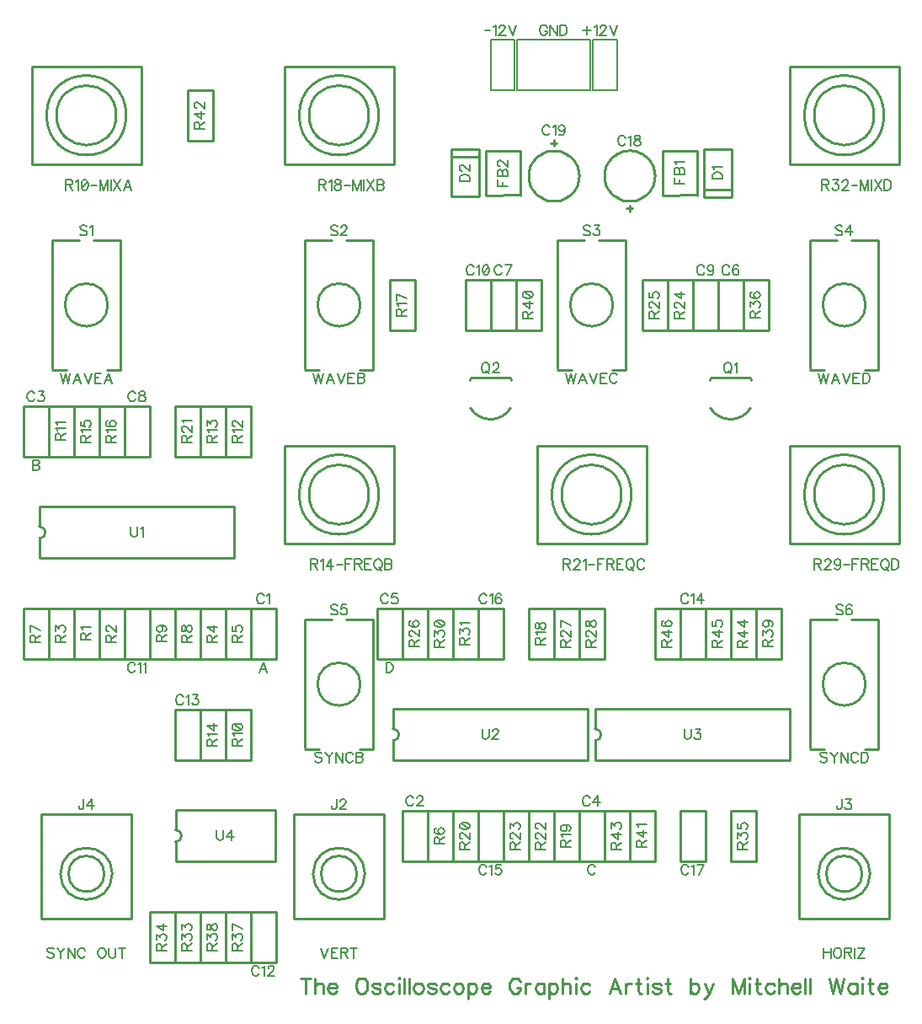
<source format=gbr>
G04 DipTrace 3.2.0.1*
G04 TopSilk.gbr*
%MOIN*%
G04 #@! TF.FileFunction,Legend,Top*
G04 #@! TF.Part,Single*
%ADD10C,0.009843*%
%ADD18C,0.005*%
%ADD81C,0.006176*%
%ADD82C,0.009264*%
%FSLAX26Y26*%
G04*
G70*
G90*
G75*
G01*
G04 TopSilk*
%LPD*%
X1594000Y1994000D2*
D10*
X1494000D1*
Y1794000D1*
X1594000D1*
Y1994000D1*
X2194000Y1194000D2*
X2094000D1*
Y994000D1*
X2194000D1*
Y1194000D1*
X594000Y2594000D2*
X694000D1*
Y2794000D1*
X594000D1*
Y2594000D1*
X2894000Y1194000D2*
X2794000D1*
Y994000D1*
X2894000D1*
Y1194000D1*
X1994000Y1794000D2*
X2094000D1*
Y1994000D1*
X1994000D1*
Y1794000D1*
X3344000Y3094000D2*
X3444000D1*
Y3294000D1*
X3344000D1*
Y3094000D1*
X2444000D2*
X2544000D1*
Y3294000D1*
X2444000D1*
Y3094000D1*
X994000Y2594000D2*
X1094000D1*
Y2794000D1*
X994000D1*
Y2594000D1*
X3344000Y3294000D2*
X3244000D1*
Y3094000D1*
X3344000D1*
Y3294000D1*
X2444000D2*
X2344000D1*
Y3094000D1*
X2444000D1*
Y3294000D1*
X994000Y1794000D2*
X1094000D1*
Y1994000D1*
X994000D1*
Y1794000D1*
X1594000Y794000D2*
X1494000D1*
Y594000D1*
X1594000D1*
Y794000D1*
X1294000Y1594000D2*
X1194000D1*
Y1394000D1*
X1294000D1*
Y1594000D1*
X3194000Y1794000D2*
X3294000D1*
Y1994000D1*
X3194000D1*
Y1794000D1*
X2394000Y994000D2*
X2494000D1*
Y1194000D1*
X2394000D1*
Y994000D1*
Y1794000D2*
X2494000D1*
Y1994000D1*
X2394000D1*
Y1794000D1*
X3194000Y994000D2*
X3294000D1*
Y1194000D1*
X3194000D1*
Y994000D1*
X3005800Y3575143D2*
X2982200D1*
X2994000Y3563301D2*
Y3586986D1*
X2894000Y3705053D2*
X2894244Y3712025D1*
X2894973Y3718962D1*
X2896185Y3725832D1*
X2897874Y3732601D1*
X2900031Y3739235D1*
X2902645Y3745703D1*
X2905705Y3751972D1*
X2909195Y3758014D1*
X2913098Y3763797D1*
X2917396Y3769294D1*
X2922066Y3774478D1*
X2927087Y3779323D1*
X2932434Y3783807D1*
X2938081Y3787907D1*
X2944000Y3791604D1*
X2950163Y3794879D1*
X2956539Y3797716D1*
X2963098Y3800102D1*
X2969808Y3802025D1*
X2976635Y3803475D1*
X2983547Y3804446D1*
X2990510Y3804933D1*
X2997490D1*
X3004453Y3804446D1*
X3011365Y3803475D1*
X3018192Y3802025D1*
X3024902Y3800102D1*
X3031461Y3797716D1*
X3037837Y3794879D1*
X3044000Y3791604D1*
X3049919Y3787907D1*
X3055566Y3783807D1*
X3060913Y3779323D1*
X3065934Y3774478D1*
X3070604Y3769294D1*
X3074902Y3763797D1*
X3078805Y3758014D1*
X3082295Y3751972D1*
X3085355Y3745703D1*
X3087969Y3739235D1*
X3090126Y3732601D1*
X3091815Y3725832D1*
X3093027Y3718962D1*
X3093756Y3712025D1*
X3094000Y3705053D1*
X3093756Y3698082D1*
X3093027Y3691144D1*
X3091815Y3684275D1*
X3090126Y3677506D1*
X3087969Y3670872D1*
X3085355Y3664404D1*
X3082295Y3658134D1*
X3078805Y3652093D1*
X3074902Y3646310D1*
X3070604Y3640813D1*
X3065934Y3635629D1*
X3060913Y3630784D1*
X3055566Y3626300D1*
X3049919Y3622199D1*
X3044000Y3618503D1*
X3037837Y3615228D1*
X3031461Y3612391D1*
X3024902Y3610005D1*
X3018192Y3608082D1*
X3011365Y3606632D1*
X3004453Y3605661D1*
X2997490Y3605174D1*
X2990510D1*
X2983547Y3605661D1*
X2976635Y3606632D1*
X2969808Y3608082D1*
X2963098Y3610005D1*
X2956539Y3612391D1*
X2950163Y3615228D1*
X2944000Y3618503D1*
X2938081Y3622199D1*
X2932434Y3626300D1*
X2927087Y3630784D1*
X2922066Y3635629D1*
X2917396Y3640813D1*
X2913098Y3646310D1*
X2909195Y3652093D1*
X2905705Y3658134D1*
X2902645Y3664404D1*
X2900031Y3670872D1*
X2897874Y3677506D1*
X2896185Y3684275D1*
X2894973Y3691144D1*
X2894244Y3698082D1*
X2894000Y3705053D1*
X2682200Y3834857D2*
X2705800D1*
X2694000Y3846699D2*
Y3823014D1*
X2594000Y3704947D2*
X2594244Y3711918D1*
X2594973Y3718856D1*
X2596185Y3725725D1*
X2597874Y3732494D1*
X2600031Y3739128D1*
X2602645Y3745596D1*
X2605705Y3751866D1*
X2609195Y3757907D1*
X2613098Y3763690D1*
X2617396Y3769187D1*
X2622066Y3774371D1*
X2627087Y3779216D1*
X2632434Y3783700D1*
X2638081Y3787801D1*
X2644000Y3791497D1*
X2650163Y3794772D1*
X2656539Y3797609D1*
X2663098Y3799995D1*
X2669808Y3801918D1*
X2676635Y3803368D1*
X2683547Y3804339D1*
X2690510Y3804826D1*
X2697490D1*
X2704453Y3804339D1*
X2711365Y3803368D1*
X2718192Y3801918D1*
X2724902Y3799995D1*
X2731461Y3797609D1*
X2737837Y3794772D1*
X2744000Y3791497D1*
X2749919Y3787801D1*
X2755566Y3783700D1*
X2760913Y3779216D1*
X2765934Y3774371D1*
X2770604Y3769187D1*
X2774902Y3763690D1*
X2778805Y3757907D1*
X2782295Y3751866D1*
X2785355Y3745596D1*
X2787969Y3739128D1*
X2790126Y3732494D1*
X2791815Y3725725D1*
X2793027Y3718856D1*
X2793756Y3711918D1*
X2794000Y3704947D1*
X2793756Y3697975D1*
X2793027Y3691038D1*
X2791815Y3684168D1*
X2790126Y3677399D1*
X2787969Y3670765D1*
X2785355Y3664297D1*
X2782295Y3658028D1*
X2778805Y3651986D1*
X2774902Y3646203D1*
X2770604Y3640706D1*
X2765934Y3635522D1*
X2760913Y3630677D1*
X2755566Y3626193D1*
X2749919Y3622093D1*
X2744000Y3618396D1*
X2737837Y3615121D1*
X2731461Y3612284D1*
X2724902Y3609898D1*
X2718192Y3607975D1*
X2711365Y3606525D1*
X2704453Y3605554D1*
X2697490Y3605067D1*
X2690510D1*
X2683547Y3605554D1*
X2676635Y3606525D1*
X2669808Y3607975D1*
X2663098Y3609898D1*
X2656539Y3612284D1*
X2650163Y3615121D1*
X2644000Y3618396D1*
X2638081Y3622093D1*
X2632434Y3626193D1*
X2627087Y3630677D1*
X2622066Y3635522D1*
X2617396Y3640706D1*
X2613098Y3646203D1*
X2609195Y3651986D1*
X2605705Y3658028D1*
X2602645Y3664297D1*
X2600031Y3670765D1*
X2597874Y3677399D1*
X2596185Y3684168D1*
X2594973Y3691038D1*
X2594244Y3697975D1*
X2594000Y3704947D1*
X3399118Y3621381D2*
X3288882D1*
Y3623439D2*
Y3808561D1*
X3399118Y3651222D2*
X3288882D1*
X3399118Y3808561D2*
X3288882D1*
X3399118Y3623439D2*
Y3808561D1*
X2288882Y3810619D2*
X2399118D1*
Y3808561D2*
Y3623439D1*
X2288882Y3780778D2*
X2399118D1*
X2288882Y3623439D2*
X2399118D1*
X2288882Y3808561D2*
Y3623439D1*
X3262000Y3804004D2*
Y3627996D1*
X3126000D2*
X3262000Y3628486D1*
X3126000Y3804004D2*
Y3627996D1*
Y3804004D2*
X3262000D1*
X2562000D2*
Y3627996D1*
X2426000D2*
X2562000Y3628486D1*
X2426000Y3804004D2*
Y3627996D1*
Y3804004D2*
X2562000D1*
X1666835Y1180220D2*
X2021165D1*
Y766797D1*
X1666835D1*
Y1180220D1*
X1773134Y944008D2*
G02X1773134Y944008I70866J0D01*
G01*
X1741634D2*
G02X1741634Y944008I102366J0D01*
G01*
X3666835Y1180220D2*
X4021165D1*
Y766797D1*
X3666835D1*
Y1180220D1*
X3773134Y944008D2*
G02X3773134Y944008I70866J0D01*
G01*
X3741634D2*
G02X3741634Y944008I102366J0D01*
G01*
X666835Y1180220D2*
X1021165D1*
Y766797D1*
X666835D1*
Y1180220D1*
X773134Y944008D2*
G02X773134Y944008I70866J0D01*
G01*
X741634D2*
G02X741634Y944008I102366J0D01*
G01*
X3315247Y2906992D2*
X3311336Y2895186D1*
X3315247Y2784944D2*
G03X3472753Y2784944I78753J49953D01*
G01*
Y2906992D2*
X3476664Y2895186D1*
X3472753Y2906992D2*
X3315247D1*
X2365247D2*
X2361336Y2895186D1*
X2365247Y2784944D2*
G03X2522753Y2784944I78753J49953D01*
G01*
Y2906992D2*
X2526664Y2895186D1*
X2522753Y2906992D2*
X2365247D1*
X794000Y1794174D2*
Y1993826D1*
X894000D2*
X794000D1*
X894000Y1794174D2*
Y1993826D1*
Y1794174D2*
X794000D1*
X994000Y1993826D2*
Y1794174D1*
X894000D2*
X994000D1*
X894000Y1993826D2*
Y1794174D1*
Y1993826D2*
X994000D1*
X694000Y1794174D2*
Y1993826D1*
X794000D2*
X694000D1*
X794000Y1794174D2*
Y1993826D1*
Y1794174D2*
X694000D1*
X1294000D2*
Y1993826D1*
X1394000D2*
X1294000D1*
X1394000Y1794174D2*
Y1993826D1*
Y1794174D2*
X1294000D1*
X1394000D2*
Y1993826D1*
X1494000D2*
X1394000D1*
X1494000Y1794174D2*
Y1993826D1*
Y1794174D2*
X1394000D1*
X2194000Y994174D2*
Y1193826D1*
X2294000D2*
X2194000D1*
X2294000Y994174D2*
Y1193826D1*
Y994174D2*
X2194000D1*
X594000Y1794174D2*
Y1993826D1*
X694000D2*
X594000D1*
X694000Y1794174D2*
Y1993826D1*
Y1794174D2*
X594000D1*
X1294000Y1993826D2*
Y1794174D1*
X1194000D2*
X1294000D1*
X1194000Y1993826D2*
Y1794174D1*
Y1993826D2*
X1294000D1*
X1094000Y1794174D2*
Y1993826D1*
X1194000D2*
X1094000D1*
X1194000Y1794174D2*
Y1993826D1*
Y1794174D2*
X1094000D1*
X1494000Y1593826D2*
Y1394174D1*
X1394000D2*
X1494000D1*
X1394000Y1593826D2*
Y1394174D1*
Y1593826D2*
X1494000D1*
X694000Y2594174D2*
Y2793826D1*
X794000D2*
X694000D1*
X794000Y2594174D2*
Y2793826D1*
Y2594174D2*
X694000D1*
X1494000Y2793826D2*
Y2594174D1*
X1394000D2*
X1494000D1*
X1394000Y2793826D2*
Y2594174D1*
Y2793826D2*
X1494000D1*
X1294000Y2594174D2*
Y2793826D1*
X1394000D2*
X1294000D1*
X1394000Y2594174D2*
Y2793826D1*
Y2594174D2*
X1294000D1*
X1394000Y1593826D2*
Y1394174D1*
X1294000D2*
X1394000D1*
X1294000Y1593826D2*
Y1394174D1*
Y1593826D2*
X1394000D1*
X894000Y2793826D2*
Y2594174D1*
X794000D2*
X894000D1*
X794000Y2793826D2*
Y2594174D1*
Y2793826D2*
X894000D1*
X994000D2*
Y2594174D1*
X894000D2*
X994000D1*
X894000Y2793826D2*
Y2594174D1*
Y2793826D2*
X994000D1*
X2144000Y3293826D2*
Y3094174D1*
X2044000D2*
X2144000D1*
X2044000Y3293826D2*
Y3094174D1*
Y3293826D2*
X2144000D1*
X2694000Y1993826D2*
Y1794174D1*
X2594000D2*
X2694000D1*
X2594000Y1993826D2*
Y1794174D1*
Y1993826D2*
X2694000D1*
X2794000Y1193826D2*
Y994174D1*
X2694000D2*
X2794000D1*
X2694000Y1193826D2*
Y994174D1*
Y1193826D2*
X2794000D1*
X2394000D2*
Y994174D1*
X2294000D2*
X2394000D1*
X2294000Y1193826D2*
Y994174D1*
Y1193826D2*
X2394000D1*
X1294000Y2793826D2*
Y2594174D1*
X1194000D2*
X1294000D1*
X1194000Y2793826D2*
Y2594174D1*
Y2793826D2*
X1294000D1*
X2594000Y994174D2*
Y1193826D1*
X2694000D2*
X2594000D1*
X2694000Y994174D2*
Y1193826D1*
Y994174D2*
X2594000D1*
X2494000D2*
Y1193826D1*
X2594000D2*
X2494000D1*
X2594000Y994174D2*
Y1193826D1*
Y994174D2*
X2494000D1*
X3144000Y3094174D2*
Y3293826D1*
X3244000D2*
X3144000D1*
X3244000Y3094174D2*
Y3293826D1*
Y3094174D2*
X3144000D1*
Y3293826D2*
Y3094174D1*
X3044000D2*
X3144000D1*
X3044000Y3293826D2*
Y3094174D1*
Y3293826D2*
X3144000D1*
X2094000Y1794174D2*
Y1993826D1*
X2194000D2*
X2094000D1*
X2194000Y1794174D2*
Y1993826D1*
Y1794174D2*
X2094000D1*
X2794000Y1993826D2*
Y1794174D1*
X2694000D2*
X2794000D1*
X2694000Y1993826D2*
Y1794174D1*
Y1993826D2*
X2794000D1*
Y1794174D2*
Y1993826D1*
X2894000D2*
X2794000D1*
X2894000Y1794174D2*
Y1993826D1*
Y1794174D2*
X2794000D1*
X2294000Y1993826D2*
Y1794174D1*
X2194000D2*
X2294000D1*
X2194000Y1993826D2*
Y1794174D1*
Y1993826D2*
X2294000D1*
X2394000D2*
Y1794174D1*
X2294000D2*
X2394000D1*
X2294000Y1993826D2*
Y1794174D1*
Y1993826D2*
X2394000D1*
X1194000Y594174D2*
Y793826D1*
X1294000D2*
X1194000D1*
X1294000Y594174D2*
Y793826D1*
Y594174D2*
X1194000D1*
X1094000D2*
Y793826D1*
X1194000D2*
X1094000D1*
X1194000Y594174D2*
Y793826D1*
Y594174D2*
X1094000D1*
X3394000Y994174D2*
Y1193826D1*
X3494000D2*
X3394000D1*
X3494000Y994174D2*
Y1193826D1*
Y994174D2*
X3394000D1*
X3444000Y3094174D2*
Y3293826D1*
X3544000D2*
X3444000D1*
X3544000Y3094174D2*
Y3293826D1*
Y3094174D2*
X3444000D1*
X1394000Y594174D2*
Y793826D1*
X1494000D2*
X1394000D1*
X1494000Y594174D2*
Y793826D1*
Y594174D2*
X1394000D1*
X1294000D2*
Y793826D1*
X1394000D2*
X1294000D1*
X1394000Y594174D2*
Y793826D1*
Y594174D2*
X1294000D1*
X3494000Y1794174D2*
Y1993826D1*
X3594000D2*
X3494000D1*
X3594000Y1794174D2*
Y1993826D1*
Y1794174D2*
X3494000D1*
X2544000Y3094174D2*
Y3293826D1*
X2644000D2*
X2544000D1*
X2644000Y3094174D2*
Y3293826D1*
Y3094174D2*
X2544000D1*
X3094000Y1193826D2*
Y994174D1*
X2994000D2*
X3094000D1*
X2994000Y1193826D2*
Y994174D1*
Y1193826D2*
X3094000D1*
X1344000Y4043826D2*
Y3844174D1*
X1244000D2*
X1344000D1*
X1244000Y4043826D2*
Y3844174D1*
Y4043826D2*
X1344000D1*
X2894000Y994174D2*
Y1193826D1*
X2994000D2*
X2894000D1*
X2994000Y994174D2*
Y1193826D1*
Y994174D2*
X2894000D1*
X3494000Y1993826D2*
Y1794174D1*
X3394000D2*
X3494000D1*
X3394000Y1993826D2*
Y1794174D1*
Y1993826D2*
X3494000D1*
X3294000Y1794174D2*
Y1993826D1*
X3394000D2*
X3294000D1*
X3394000Y1794174D2*
Y1993826D1*
Y1794174D2*
X3294000D1*
X3194000Y1993826D2*
Y1794174D1*
X3094000D2*
X3194000D1*
X3094000Y1993826D2*
Y1794174D1*
Y1993826D2*
X3194000D1*
X627465Y3751074D2*
X1060528D1*
Y4136926D1*
X627465D1*
Y3751074D1*
X686514Y3944000D2*
G02X686514Y3944000I157482J0D01*
G01*
X725898D2*
G02X725898Y3944000I118098J0D01*
G01*
X1627465Y2251074D2*
X2060528D1*
Y2636926D1*
X1627465D1*
Y2251074D1*
X1686514Y2444000D2*
G02X1686514Y2444000I157482J0D01*
G01*
X1725898D2*
G02X1725898Y2444000I118098J0D01*
G01*
X1627465Y3751074D2*
X2060528D1*
Y4136926D1*
X1627465D1*
Y3751074D1*
X1686514Y3944000D2*
G02X1686514Y3944000I157482J0D01*
G01*
X1725898D2*
G02X1725898Y3944000I118098J0D01*
G01*
X2627465Y2251074D2*
X3060528D1*
Y2636926D1*
X2627465D1*
Y2251074D1*
X2686514Y2444000D2*
G02X2686514Y2444000I157482J0D01*
G01*
X2725898D2*
G02X2725898Y2444000I118098J0D01*
G01*
X3627465Y2251074D2*
X4060528D1*
Y2636926D1*
X3627465D1*
Y2251074D1*
X3686514Y2444000D2*
G02X3686514Y2444000I157482J0D01*
G01*
X3725898D2*
G02X3725898Y2444000I118098J0D01*
G01*
X3627465Y3751074D2*
X4060528D1*
Y4136926D1*
X3627465D1*
Y3751074D1*
X3686514Y3944000D2*
G02X3686514Y3944000I157482J0D01*
G01*
X3725898D2*
G02X3725898Y3944000I118098J0D01*
G01*
X710142Y3449906D2*
X816452D1*
X759348Y3194000D2*
G02X759348Y3194000I84652J0D01*
G01*
X765265Y2938094D2*
X710142D1*
Y2942035D2*
Y3449906D1*
X871548D2*
X977858D1*
Y2938094D1*
X926671D1*
X1710142Y3449906D2*
X1816452D1*
X1759348Y3194000D2*
G02X1759348Y3194000I84652J0D01*
G01*
X1765265Y2938094D2*
X1710142D1*
Y2942035D2*
Y3449906D1*
X1871548D2*
X1977858D1*
Y2938094D1*
X1926671D1*
X2710142Y3449906D2*
X2816452D1*
X2759348Y3194000D2*
G02X2759348Y3194000I84652J0D01*
G01*
X2765265Y2938094D2*
X2710142D1*
Y2942035D2*
Y3449906D1*
X2871548D2*
X2977858D1*
Y2938094D1*
X2926671D1*
X3710142Y3449906D2*
X3816452D1*
X3759348Y3194000D2*
G02X3759348Y3194000I84652J0D01*
G01*
X3765265Y2938094D2*
X3710142D1*
Y2942035D2*
Y3449906D1*
X3871548D2*
X3977858D1*
Y2938094D1*
X3926671D1*
X1710142Y1949906D2*
X1816452D1*
X1759348Y1694000D2*
G02X1759348Y1694000I84652J0D01*
G01*
X1765265Y1438094D2*
X1710142D1*
Y1442035D2*
Y1949906D1*
X1871548D2*
X1977858D1*
Y1438094D1*
X1926671D1*
X3710142Y1949906D2*
X3816452D1*
X3759348Y1694000D2*
G02X3759348Y1694000I84652J0D01*
G01*
X3765265Y1438094D2*
X3710142D1*
Y1442035D2*
Y1949906D1*
X3871548D2*
X3977858D1*
Y1438094D1*
X3926671D1*
X658173Y2396367D2*
X1429827D1*
Y2191633D2*
Y2396367D1*
X658173Y2191633D2*
X1429827D1*
X658173D2*
Y2270374D1*
Y2396367D2*
Y2317626D1*
Y2270374D2*
G03X658173Y2317626I-13J23626D01*
G01*
X2058173Y1596367D2*
X2829827D1*
Y1391633D2*
Y1596367D1*
X2058173Y1391633D2*
X2829827D1*
X2058173D2*
Y1470374D1*
Y1596367D2*
Y1517626D1*
Y1470374D2*
G03X2058173Y1517626I-13J23626D01*
G01*
X2858173Y1596367D2*
X3629827D1*
Y1391633D2*
Y1596367D1*
X2858173Y1391633D2*
X3629827D1*
X2858173D2*
Y1470374D1*
Y1596367D2*
Y1517626D1*
Y1470374D2*
G03X2858173Y1517626I-13J23626D01*
G01*
X1197150Y1196367D2*
X1590850D1*
Y991633D2*
Y1196367D1*
X1197150Y991633D2*
X1590850D1*
X1197150D2*
Y1070374D1*
Y1196367D2*
Y1117626D1*
Y1070374D2*
G03X1197150Y1117626I-4J23626D01*
G01*
X2850249Y4244000D2*
D18*
X2944000D1*
Y4044000D1*
X2850249D1*
Y4244000D1*
X2550251D2*
X2837751D1*
Y4044000D1*
X2550251D1*
Y4244000D1*
X2444000D2*
X2537751D1*
Y4044000D1*
X2444000D1*
Y4244000D1*
X1547375Y2043028D2*
D81*
X1545474Y2046830D1*
X1541627Y2050677D1*
X1537824Y2052578D1*
X1530175D1*
X1526328Y2050677D1*
X1522526Y2046830D1*
X1520580Y2043028D1*
X1518679Y2037280D1*
Y2027685D1*
X1520580Y2021981D1*
X1522526Y2018134D1*
X1526328Y2014332D1*
X1530175Y2012386D1*
X1537824D1*
X1541627Y2014332D1*
X1545474Y2018134D1*
X1547375Y2021981D1*
X1559726Y2044885D2*
X1563573Y2046830D1*
X1569321Y2052534D1*
Y2012386D1*
X1559321Y1740241D2*
X1543978Y1780433D1*
X1528679Y1740241D1*
X1534427Y1753638D2*
X1553573D1*
X2138775Y1243028D2*
X2136874Y1246830D1*
X2133027Y1250677D1*
X2129224Y1252578D1*
X2121575D1*
X2117728Y1250677D1*
X2113926Y1246830D1*
X2111980Y1243028D1*
X2110079Y1237280D1*
Y1227685D1*
X2111980Y1221981D1*
X2113926Y1218134D1*
X2117728Y1214332D1*
X2121575Y1212386D1*
X2129224D1*
X2133027Y1214332D1*
X2136874Y1218134D1*
X2138775Y1221981D1*
X2153072Y1242984D2*
Y1244885D1*
X2154973Y1248732D1*
X2156874Y1250633D1*
X2160721Y1252534D1*
X2168370D1*
X2172173Y1250633D1*
X2174074Y1248732D1*
X2176020Y1244885D1*
Y1241082D1*
X2174074Y1237236D1*
X2170272Y1231532D1*
X2151126Y1212386D1*
X2177921D1*
X638775Y2843028D2*
X636874Y2846830D1*
X633027Y2850677D1*
X629224Y2852578D1*
X621575D1*
X617728Y2850677D1*
X613926Y2846830D1*
X611980Y2843028D1*
X610079Y2837280D1*
Y2827685D1*
X611980Y2821981D1*
X613926Y2818134D1*
X617728Y2814332D1*
X621575Y2812386D1*
X629224D1*
X633027Y2814332D1*
X636874Y2818134D1*
X638775Y2821981D1*
X654973Y2852534D2*
X675976D1*
X664524Y2837236D1*
X670272D1*
X674074Y2835334D1*
X675976Y2833433D1*
X677921Y2827685D1*
Y2823883D1*
X675976Y2818134D1*
X672173Y2814288D1*
X666425Y2812386D1*
X660677D1*
X654973Y2814288D1*
X653072Y2816233D1*
X651126Y2820036D1*
X630603Y2580433D2*
Y2540241D1*
X647847D1*
X653595Y2542187D1*
X655496Y2544088D1*
X657397Y2547890D1*
Y2553638D1*
X655496Y2557485D1*
X653595Y2559386D1*
X647847Y2561288D1*
X653595Y2563233D1*
X655496Y2565134D1*
X657397Y2568937D1*
Y2572784D1*
X655496Y2576586D1*
X653595Y2578532D1*
X647847Y2580433D1*
X630603D1*
Y2561288D2*
X647847D1*
X2837824Y1243028D2*
X2835923Y1246830D1*
X2832076Y1250677D1*
X2828274Y1252578D1*
X2820624D1*
X2816778Y1250677D1*
X2812975Y1246830D1*
X2811030Y1243028D1*
X2809128Y1237280D1*
Y1227685D1*
X2811030Y1221981D1*
X2812975Y1218134D1*
X2816778Y1214332D1*
X2820624Y1212386D1*
X2828274D1*
X2832076Y1214332D1*
X2835923Y1218134D1*
X2837824Y1221981D1*
X2869321Y1212386D2*
Y1252534D1*
X2850176Y1225784D1*
X2878872D1*
X2858348Y970882D2*
X2856447Y974685D1*
X2852600Y978532D1*
X2848797Y980433D1*
X2841148D1*
X2837301Y978532D1*
X2833499Y974685D1*
X2831553Y970882D1*
X2829652Y965134D1*
Y955540D1*
X2831553Y949836D1*
X2833499Y945989D1*
X2837301Y942187D1*
X2841148Y940241D1*
X2848797D1*
X2852600Y942187D1*
X2856447Y945989D1*
X2858348Y949836D1*
X2038775Y2043028D2*
X2036874Y2046830D1*
X2033027Y2050677D1*
X2029224Y2052578D1*
X2021575D1*
X2017728Y2050677D1*
X2013926Y2046830D1*
X2011980Y2043028D1*
X2010079Y2037280D1*
Y2027685D1*
X2011980Y2021981D1*
X2013926Y2018134D1*
X2017728Y2014332D1*
X2021575Y2012386D1*
X2029224D1*
X2033027Y2014332D1*
X2036874Y2018134D1*
X2038775Y2021981D1*
X2074074Y2052534D2*
X2054973D1*
X2053072Y2035334D1*
X2054973Y2037236D1*
X2060721Y2039181D1*
X2066425D1*
X2072173Y2037236D1*
X2076020Y2033433D1*
X2077921Y2027685D1*
Y2023883D1*
X2076020Y2018134D1*
X2072173Y2014288D1*
X2066425Y2012386D1*
X2060721D1*
X2054973Y2014288D1*
X2053072Y2016233D1*
X2051126Y2020036D1*
X2030603Y1780433D2*
Y1740241D1*
X2044000D1*
X2049748Y1742187D1*
X2053595Y1745989D1*
X2055496Y1749836D1*
X2057397Y1755540D1*
Y1765134D1*
X2055496Y1770882D1*
X2053595Y1774685D1*
X2049748Y1778532D1*
X2044000Y1780433D1*
X2030603D1*
X3389748Y3343028D2*
X3387846Y3346830D1*
X3384000Y3350677D1*
X3380197Y3352578D1*
X3372548D1*
X3368701Y3350677D1*
X3364898Y3346830D1*
X3362953Y3343028D1*
X3361052Y3337280D1*
Y3327685D1*
X3362953Y3321981D1*
X3364898Y3318134D1*
X3368701Y3314332D1*
X3372548Y3312386D1*
X3380197D1*
X3384000Y3314332D1*
X3387846Y3318134D1*
X3389748Y3321981D1*
X3425047Y3346830D2*
X3423146Y3350633D1*
X3417398Y3352534D1*
X3413595D1*
X3407847Y3350633D1*
X3404000Y3344885D1*
X3402099Y3335334D1*
Y3325784D1*
X3404000Y3318134D1*
X3407847Y3314288D1*
X3413595Y3312386D1*
X3415496D1*
X3421200Y3314288D1*
X3425047Y3318134D1*
X3426948Y3323883D1*
Y3325784D1*
X3425047Y3331532D1*
X3421200Y3335334D1*
X3415496Y3337236D1*
X3413595D1*
X3407847Y3335334D1*
X3404000Y3331532D1*
X3402099Y3325784D1*
X2488775Y3343028D2*
X2486874Y3346830D1*
X2483027Y3350677D1*
X2479224Y3352578D1*
X2471575D1*
X2467728Y3350677D1*
X2463926Y3346830D1*
X2461980Y3343028D1*
X2460079Y3337280D1*
Y3327685D1*
X2461980Y3321981D1*
X2463926Y3318134D1*
X2467728Y3314332D1*
X2471575Y3312386D1*
X2479224D1*
X2483027Y3314332D1*
X2486874Y3318134D1*
X2488775Y3321981D1*
X2508776Y3312386D2*
X2527921Y3352534D1*
X2501126D1*
X1038797Y2843028D2*
X1036896Y2846830D1*
X1033049Y2850677D1*
X1029246Y2852578D1*
X1021597D1*
X1017750Y2850677D1*
X1013948Y2846830D1*
X1012002Y2843028D1*
X1010101Y2837280D1*
Y2827685D1*
X1012002Y2821981D1*
X1013948Y2818134D1*
X1017750Y2814332D1*
X1021597Y2812386D1*
X1029246D1*
X1033049Y2814332D1*
X1036896Y2818134D1*
X1038797Y2821981D1*
X1060699Y2852534D2*
X1054995Y2850633D1*
X1053050Y2846830D1*
Y2842984D1*
X1054995Y2839181D1*
X1058798Y2837236D1*
X1066447Y2835334D1*
X1072195Y2833433D1*
X1075998Y2829586D1*
X1077899Y2825784D1*
Y2820036D1*
X1075998Y2816233D1*
X1074096Y2814288D1*
X1068348Y2812386D1*
X1060699D1*
X1054995Y2814288D1*
X1053050Y2816233D1*
X1051148Y2820036D1*
Y2825784D1*
X1053050Y2829586D1*
X1056896Y2833433D1*
X1062600Y2835334D1*
X1070250Y2837236D1*
X1074096Y2839181D1*
X1075998Y2842984D1*
Y2846830D1*
X1074096Y2850633D1*
X1068348Y2852534D1*
X1060699D1*
X3289726Y3343028D2*
X3287824Y3346830D1*
X3283978Y3350677D1*
X3280175Y3352578D1*
X3272526D1*
X3268679Y3350677D1*
X3264876Y3346830D1*
X3262931Y3343028D1*
X3261030Y3337280D1*
Y3327685D1*
X3262931Y3321981D1*
X3264876Y3318134D1*
X3268679Y3314332D1*
X3272526Y3312386D1*
X3280175D1*
X3283978Y3314332D1*
X3287824Y3318134D1*
X3289726Y3321981D1*
X3326970Y3339181D2*
X3325025Y3333433D1*
X3321222Y3329586D1*
X3315474Y3327685D1*
X3313573D1*
X3307825Y3329586D1*
X3304022Y3333433D1*
X3302077Y3339181D1*
Y3341082D1*
X3304022Y3346830D1*
X3307825Y3350633D1*
X3313573Y3352534D1*
X3315474D1*
X3321222Y3350633D1*
X3325025Y3346830D1*
X3326970Y3339181D1*
Y3329586D1*
X3325025Y3320036D1*
X3321222Y3314288D1*
X3315474Y3312386D1*
X3311672D1*
X3305924Y3314288D1*
X3304022Y3318134D1*
X2377802Y3343028D2*
X2375901Y3346830D1*
X2372054Y3350677D1*
X2368251Y3352578D1*
X2360602D1*
X2356755Y3350677D1*
X2352953Y3346830D1*
X2351007Y3343028D1*
X2349106Y3337280D1*
Y3327685D1*
X2351007Y3321981D1*
X2352953Y3318134D1*
X2356755Y3314332D1*
X2360602Y3312386D1*
X2368251D1*
X2372054Y3314332D1*
X2375901Y3318134D1*
X2377802Y3321981D1*
X2390153Y3344885D2*
X2394000Y3346830D1*
X2399748Y3352534D1*
Y3312386D1*
X2423595Y3352534D2*
X2417847Y3350633D1*
X2414001Y3344885D1*
X2412099Y3335334D1*
Y3329586D1*
X2414001Y3320036D1*
X2417847Y3314288D1*
X2423595Y3312386D1*
X2427398D1*
X2433146Y3314288D1*
X2436949Y3320036D1*
X2438894Y3329586D1*
Y3335334D1*
X2436949Y3344885D1*
X2433146Y3350633D1*
X2427398Y3352534D1*
X2423595D1*
X2436949Y3344885D2*
X2414001Y3320036D1*
X1036402Y1770882D2*
X1034501Y1774685D1*
X1030654Y1778532D1*
X1026851Y1780433D1*
X1019202D1*
X1015355Y1778532D1*
X1011553Y1774685D1*
X1009607Y1770882D1*
X1007706Y1765134D1*
Y1755540D1*
X1009607Y1749836D1*
X1011553Y1745989D1*
X1015355Y1742187D1*
X1019202Y1740241D1*
X1026851D1*
X1030654Y1742187D1*
X1034501Y1745989D1*
X1036402Y1749836D1*
X1048753Y1772740D2*
X1052600Y1774685D1*
X1058348Y1780389D1*
Y1740241D1*
X1070699Y1772740D2*
X1074546Y1774685D1*
X1080294Y1780389D1*
Y1740241D1*
X1527802Y570882D2*
X1525901Y574685D1*
X1522054Y578532D1*
X1518251Y580433D1*
X1510602D1*
X1506755Y578532D1*
X1502953Y574685D1*
X1501007Y570882D1*
X1499106Y565134D1*
Y555540D1*
X1501007Y549836D1*
X1502953Y545989D1*
X1506755Y542187D1*
X1510602Y540241D1*
X1518251D1*
X1522054Y542187D1*
X1525901Y545989D1*
X1527802Y549836D1*
X1540153Y572740D2*
X1544000Y574685D1*
X1549748Y580389D1*
Y540241D1*
X1564045Y570838D2*
Y572740D1*
X1565946Y576586D1*
X1567847Y578488D1*
X1571694Y580389D1*
X1579344D1*
X1583146Y578488D1*
X1585047Y576586D1*
X1586993Y572740D1*
Y568937D1*
X1585047Y565090D1*
X1581245Y559386D1*
X1562099Y540241D1*
X1588894D1*
X1227802Y1643028D2*
X1225901Y1646830D1*
X1222054Y1650677D1*
X1218251Y1652578D1*
X1210602D1*
X1206755Y1650677D1*
X1202953Y1646830D1*
X1201007Y1643028D1*
X1199106Y1637280D1*
Y1627685D1*
X1201007Y1621981D1*
X1202953Y1618134D1*
X1206755Y1614332D1*
X1210602Y1612386D1*
X1218251D1*
X1222054Y1614332D1*
X1225901Y1618134D1*
X1227802Y1621981D1*
X1240153Y1644885D2*
X1244000Y1646830D1*
X1249748Y1652534D1*
Y1612386D1*
X1265946Y1652534D2*
X1286949D1*
X1275497Y1637236D1*
X1281245D1*
X1285047Y1635334D1*
X1286949Y1633433D1*
X1288894Y1627685D1*
Y1623883D1*
X1286949Y1618134D1*
X1283146Y1614288D1*
X1277398Y1612386D1*
X1271650D1*
X1265946Y1614288D1*
X1264045Y1616233D1*
X1262099Y1620036D1*
X3226851Y2043028D2*
X3224950Y2046830D1*
X3221103Y2050677D1*
X3217301Y2052578D1*
X3209651D1*
X3205805Y2050677D1*
X3202002Y2046830D1*
X3200057Y2043028D1*
X3198155Y2037280D1*
Y2027685D1*
X3200057Y2021981D1*
X3202002Y2018134D1*
X3205805Y2014332D1*
X3209651Y2012386D1*
X3217301D1*
X3221103Y2014332D1*
X3224950Y2018134D1*
X3226851Y2021981D1*
X3239203Y2044885D2*
X3243049Y2046830D1*
X3248797Y2052534D1*
Y2012386D1*
X3280294D2*
Y2052534D1*
X3261149Y2025784D1*
X3289845D1*
X2427802Y970882D2*
X2425901Y974685D1*
X2422054Y978532D1*
X2418251Y980433D1*
X2410602D1*
X2406755Y978532D1*
X2402953Y974685D1*
X2401007Y970882D1*
X2399106Y965134D1*
Y955540D1*
X2401007Y949836D1*
X2402953Y945989D1*
X2406755Y942187D1*
X2410602Y940241D1*
X2418251D1*
X2422054Y942187D1*
X2425901Y945989D1*
X2427802Y949836D1*
X2440153Y972740D2*
X2444000Y974685D1*
X2449748Y980389D1*
Y940241D1*
X2485047Y980389D2*
X2465946D1*
X2464045Y963189D1*
X2465946Y965090D1*
X2471694Y967036D1*
X2477398D1*
X2483146Y965090D1*
X2486993Y961288D1*
X2488894Y955540D1*
Y951737D1*
X2486993Y945989D1*
X2483146Y942142D1*
X2477398Y940241D1*
X2471694D1*
X2465946Y942142D1*
X2464045Y944088D1*
X2462099Y947890D1*
X2428775Y2043028D2*
X2426873Y2046830D1*
X2423027Y2050677D1*
X2419224Y2052578D1*
X2411575D1*
X2407728Y2050677D1*
X2403925Y2046830D1*
X2401980Y2043028D1*
X2400079Y2037280D1*
Y2027685D1*
X2401980Y2021981D1*
X2403925Y2018134D1*
X2407728Y2014332D1*
X2411575Y2012386D1*
X2419224D1*
X2423027Y2014332D1*
X2426873Y2018134D1*
X2428775Y2021981D1*
X2441126Y2044885D2*
X2444973Y2046830D1*
X2450721Y2052534D1*
Y2012386D1*
X2486020Y2046830D2*
X2484119Y2050633D1*
X2478371Y2052534D1*
X2474568D1*
X2468820Y2050633D1*
X2464973Y2044885D1*
X2463072Y2035334D1*
Y2025784D1*
X2464973Y2018134D1*
X2468820Y2014288D1*
X2474568Y2012386D1*
X2476470D1*
X2482173Y2014288D1*
X2486020Y2018134D1*
X2487921Y2023883D1*
Y2025784D1*
X2486020Y2031532D1*
X2482173Y2035334D1*
X2476470Y2037236D1*
X2474568D1*
X2468820Y2035334D1*
X2464973Y2031532D1*
X2463072Y2025784D1*
X3227802Y970882D2*
X3225901Y974685D1*
X3222054Y978532D1*
X3218251Y980433D1*
X3210602D1*
X3206755Y978532D1*
X3202953Y974685D1*
X3201007Y970882D1*
X3199106Y965134D1*
Y955540D1*
X3201007Y949836D1*
X3202953Y945989D1*
X3206755Y942187D1*
X3210602Y940241D1*
X3218251D1*
X3222054Y942187D1*
X3225901Y945989D1*
X3227802Y949836D1*
X3240153Y972740D2*
X3244000Y974685D1*
X3249748Y980389D1*
Y940241D1*
X3269749D2*
X3288894Y980389D1*
X3262099D1*
X2977824Y3854021D2*
X2975923Y3857824D1*
X2972076Y3861671D1*
X2968273Y3863572D1*
X2960624D1*
X2956777Y3861671D1*
X2952975Y3857824D1*
X2951029Y3854021D1*
X2949128Y3848273D1*
Y3838679D1*
X2951029Y3832975D1*
X2952975Y3829128D1*
X2956777Y3825325D1*
X2960624Y3823380D1*
X2968273D1*
X2972076Y3825325D1*
X2975923Y3829128D1*
X2977824Y3832975D1*
X2990175Y3855878D2*
X2994022Y3857824D1*
X2999770Y3863528D1*
Y3823380D1*
X3021672Y3863528D2*
X3015968Y3861626D1*
X3014023Y3857824D1*
Y3853977D1*
X3015968Y3850175D1*
X3019771Y3848229D1*
X3027420Y3846328D1*
X3033168Y3844427D1*
X3036971Y3840580D1*
X3038872Y3836777D1*
Y3831029D1*
X3036971Y3827227D1*
X3035069Y3825281D1*
X3029321Y3823380D1*
X3021672D1*
X3015968Y3825281D1*
X3014023Y3827227D1*
X3012122Y3831029D1*
Y3836777D1*
X3014023Y3840580D1*
X3017870Y3844427D1*
X3023573Y3846328D1*
X3031223Y3848229D1*
X3035069Y3850175D1*
X3036971Y3853977D1*
Y3857824D1*
X3035069Y3861626D1*
X3029321Y3863528D1*
X3021672D1*
X2678752Y3895727D2*
X2676851Y3899530D1*
X2673004Y3903377D1*
X2669202Y3905278D1*
X2661553D1*
X2657706Y3903377D1*
X2653903Y3899530D1*
X2651958Y3895727D1*
X2650057Y3889979D1*
Y3880385D1*
X2651958Y3874681D1*
X2653903Y3870834D1*
X2657706Y3867031D1*
X2661553Y3865086D1*
X2669202D1*
X2673004Y3867031D1*
X2676851Y3870834D1*
X2678752Y3874681D1*
X2691104Y3897584D2*
X2694951Y3899530D1*
X2700699Y3905234D1*
Y3865086D1*
X2737943Y3891881D2*
X2735998Y3886133D1*
X2732195Y3882286D1*
X2726447Y3880385D1*
X2724546D1*
X2718798Y3882286D1*
X2714996Y3886133D1*
X2713050Y3891881D1*
Y3893782D1*
X2714996Y3899530D1*
X2718798Y3903332D1*
X2724546Y3905234D1*
X2726447D1*
X2732195Y3903332D1*
X2735998Y3899530D1*
X2737943Y3891881D1*
Y3882286D1*
X2735998Y3872735D1*
X2732195Y3866987D1*
X2726447Y3865086D1*
X2722645D1*
X2716897Y3866987D1*
X2714996Y3870834D1*
X3321494Y3691630D2*
X3361686D1*
Y3705027D1*
X3359741Y3710775D1*
X3355938Y3714622D1*
X3352092Y3716523D1*
X3346388Y3718424D1*
X3336793D1*
X3331045Y3716523D1*
X3327242Y3714622D1*
X3323396Y3710775D1*
X3321494Y3705027D1*
Y3691630D1*
X3329188Y3730776D2*
X3327242Y3734622D1*
X3321539Y3740371D1*
X3361686Y3740370D1*
X2321494Y3683030D2*
X2361686D1*
Y3696427D1*
X2359741Y3702175D1*
X2355938Y3706022D1*
X2352092Y3707923D1*
X2346388Y3709824D1*
X2336793D1*
X2331045Y3707923D1*
X2327242Y3706022D1*
X2323396Y3702175D1*
X2321494Y3696427D1*
Y3683030D1*
X2331089Y3724121D2*
X2329188D1*
X2325341Y3726023D1*
X2323440Y3727924D1*
X2321539Y3731771D1*
Y3739420D1*
X2323440Y3743222D1*
X2325341Y3745124D1*
X2329188Y3747069D1*
X2332990D1*
X2336837Y3745124D1*
X2342541Y3741321D1*
X2361686Y3722176D1*
Y3748970D1*
X3171494Y3697901D2*
Y3673007D1*
X3211686D1*
X3190640D2*
Y3688306D1*
X3171494Y3710252D2*
X3211686D1*
Y3727496D1*
X3209741Y3733244D1*
X3207840Y3735145D1*
X3204037Y3737047D1*
X3198289D1*
X3194442Y3735145D1*
X3192541Y3733244D1*
X3190640Y3727496D1*
X3188694Y3733244D1*
X3186793Y3735145D1*
X3182990Y3737047D1*
X3179144D1*
X3175341Y3735145D1*
X3173396Y3733244D1*
X3171494Y3727496D1*
Y3710252D1*
X3190640D2*
Y3727496D1*
X3179188Y3749398D2*
X3177242Y3753245D1*
X3171539Y3758993D1*
X3211686D1*
X2471494Y3689301D2*
Y3664407D1*
X2511686D1*
X2490640D2*
Y3679706D1*
X2471494Y3701652D2*
X2511686D1*
Y3718896D1*
X2509741Y3724644D1*
X2507840Y3726545D1*
X2504037Y3728447D1*
X2498289D1*
X2494442Y3726545D1*
X2492541Y3724644D1*
X2490640Y3718896D1*
X2488694Y3724644D1*
X2486793Y3726545D1*
X2482990Y3728447D1*
X2479144D1*
X2475341Y3726545D1*
X2473396Y3724644D1*
X2471494Y3718896D1*
Y3701652D1*
X2490640D2*
Y3718896D1*
X2481089Y3742744D2*
X2479188D1*
X2475341Y3744645D1*
X2473440Y3746546D1*
X2471539Y3750393D1*
Y3758042D1*
X2473440Y3761845D1*
X2475341Y3763746D1*
X2479188Y3765692D1*
X2482990D1*
X2486837Y3763746D1*
X2492541Y3759943D1*
X2511686Y3740798D1*
Y3767593D1*
X1834000Y1238799D2*
Y1208202D1*
X1832098Y1202454D1*
X1830153Y1200552D1*
X1826350Y1198607D1*
X1822504D1*
X1818701Y1200552D1*
X1816800Y1202454D1*
X1814854Y1208202D1*
Y1212004D1*
X1848297Y1229204D2*
Y1231105D1*
X1850198Y1234952D1*
X1852099Y1236853D1*
X1855946Y1238755D1*
X1863595D1*
X1867398Y1236853D1*
X1869299Y1234952D1*
X1871244Y1231105D1*
Y1227303D1*
X1869299Y1223456D1*
X1865496Y1217752D1*
X1846351Y1198607D1*
X1873146D1*
X1770955Y650905D2*
X1786254Y610713D1*
X1801552Y650905D1*
X1838753D2*
X1813904D1*
Y610713D1*
X1838753D1*
X1813904Y631760D2*
X1829202D1*
X1851104D2*
X1868304D1*
X1874052Y633706D1*
X1875998Y635607D1*
X1877899Y639409D1*
Y643256D1*
X1875998Y647059D1*
X1874052Y649004D1*
X1868304Y650905D1*
X1851104D1*
Y610713D1*
X1864502Y631760D2*
X1877899Y610713D1*
X1903648Y650905D2*
Y610713D1*
X1890250Y650905D2*
X1917045D1*
X3834000Y1238799D2*
Y1208202D1*
X3832098Y1202454D1*
X3830153Y1200552D1*
X3826350Y1198607D1*
X3822504D1*
X3818701Y1200552D1*
X3816800Y1202454D1*
X3814854Y1208202D1*
Y1212004D1*
X3850198Y1238755D2*
X3871200D1*
X3859748Y1223456D1*
X3865496D1*
X3869299Y1221555D1*
X3871200Y1219654D1*
X3873146Y1213906D1*
Y1210103D1*
X3871200Y1204355D1*
X3867398Y1200508D1*
X3861650Y1198607D1*
X3855902D1*
X3850198Y1200508D1*
X3848297Y1202454D1*
X3846351Y1206256D1*
X3763807Y650905D2*
Y610713D1*
X3790601Y650905D2*
Y610713D1*
X3763807Y631760D2*
X3790601D1*
X3814449Y650905D2*
X3810602Y649004D1*
X3806799Y645157D1*
X3804854Y641355D1*
X3802953Y635607D1*
Y626012D1*
X3804854Y620308D1*
X3806799Y616462D1*
X3810602Y612659D1*
X3814449Y610713D1*
X3822098D1*
X3825901Y612659D1*
X3829747Y616462D1*
X3831649Y620308D1*
X3833550Y626012D1*
Y635607D1*
X3831649Y641355D1*
X3829747Y645157D1*
X3825901Y649004D1*
X3822098Y650905D1*
X3814449D1*
X3845901Y631760D2*
X3863101D1*
X3868849Y633706D1*
X3870795Y635607D1*
X3872696Y639409D1*
Y643256D1*
X3870795Y647059D1*
X3868849Y649004D1*
X3863101Y650905D1*
X3845901D1*
Y610713D1*
X3859299Y631760D2*
X3872696Y610713D1*
X3885047Y650905D2*
Y610713D1*
X3897399Y650905D2*
X3924193D1*
X3897399Y610713D1*
X3924193D1*
X833049Y1238799D2*
Y1208202D1*
X831148Y1202454D1*
X829202Y1200552D1*
X825400Y1198607D1*
X821553D1*
X817750Y1200552D1*
X815849Y1202454D1*
X813904Y1208202D1*
Y1212004D1*
X864546Y1198607D2*
Y1238755D1*
X845400Y1212004D1*
X874096D1*
X715766Y645157D2*
X711963Y649004D1*
X706215Y650905D1*
X698566D1*
X692818Y649004D1*
X688971Y645157D1*
Y641355D1*
X690916Y637508D1*
X692818Y635607D1*
X696620Y633706D1*
X708116Y629859D1*
X711963Y627958D1*
X713864Y626012D1*
X715766Y622210D1*
Y616462D1*
X711963Y612659D1*
X706215Y610713D1*
X698566D1*
X692818Y612659D1*
X688971Y616462D1*
X728117Y650905D2*
X743416Y631760D1*
Y610713D1*
X758714Y650905D2*
X743416Y631760D1*
X797860Y650905D2*
Y610713D1*
X771066Y650905D1*
Y610713D1*
X838908Y641355D2*
X837006Y645157D1*
X833160Y649004D1*
X829357Y650905D1*
X821708D1*
X817861Y649004D1*
X814058Y645157D1*
X812113Y641355D1*
X810212Y635607D1*
Y626012D1*
X812113Y620308D1*
X814058Y616462D1*
X817861Y612659D1*
X821708Y610713D1*
X829357D1*
X833160Y612659D1*
X837006Y616462D1*
X838908Y620308D1*
X901636Y650905D2*
X897789Y649004D1*
X893987Y645157D1*
X892041Y641355D1*
X890140Y635607D1*
Y626012D1*
X892041Y620308D1*
X893987Y616462D1*
X897789Y612659D1*
X901636Y610713D1*
X909285D1*
X913088Y612659D1*
X916934Y616462D1*
X918836Y620308D1*
X920737Y626012D1*
Y635607D1*
X918836Y641355D1*
X916934Y645157D1*
X913088Y649004D1*
X909285Y650905D1*
X901636D1*
X933088D2*
Y622210D1*
X934990Y616462D1*
X938836Y612659D1*
X944584Y610713D1*
X948387D1*
X954135Y612659D1*
X957982Y616462D1*
X959883Y622210D1*
Y650905D1*
X985632D2*
Y610713D1*
X972234Y650905D2*
X999029D1*
X3379202Y2965571D2*
X3375400Y2963714D1*
X3371553Y2959867D1*
X3369652Y2956020D1*
X3367706Y2950272D1*
Y2940721D1*
X3369652Y2934973D1*
X3371553Y2931171D1*
X3375400Y2927324D1*
X3379202Y2925423D1*
X3386852D1*
X3390698Y2927324D1*
X3394501Y2931171D1*
X3396402Y2934973D1*
X3398348Y2940721D1*
Y2950272D1*
X3396402Y2956020D1*
X3394501Y2959867D1*
X3390698Y2963714D1*
X3386852Y2965571D1*
X3379202D1*
X3384950Y2933072D2*
X3396402Y2921576D1*
X3410699Y2957877D2*
X3414546Y2959823D1*
X3420294Y2965526D1*
Y2925379D1*
X2420602Y2965571D2*
X2416800Y2963714D1*
X2412953Y2959867D1*
X2411052Y2956020D1*
X2409106Y2950272D1*
Y2940721D1*
X2411052Y2934973D1*
X2412953Y2931171D1*
X2416800Y2927324D1*
X2420602Y2925423D1*
X2428252D1*
X2432098Y2927324D1*
X2435901Y2931171D1*
X2437802Y2934973D1*
X2439748Y2940721D1*
Y2950272D1*
X2437802Y2956020D1*
X2435901Y2959867D1*
X2432098Y2963714D1*
X2428252Y2965571D1*
X2420602D1*
X2426350Y2933072D2*
X2437802Y2921576D1*
X2454045Y2955976D2*
Y2957877D1*
X2455946Y2961724D1*
X2457847Y2963625D1*
X2461694Y2965526D1*
X2469343D1*
X2473146Y2963625D1*
X2475047Y2961724D1*
X2476992Y2957877D1*
Y2954075D1*
X2475047Y2950228D1*
X2471244Y2944524D1*
X2452099Y2925379D1*
X2478894D1*
X840640Y1869630D2*
Y1886830D1*
X838694Y1892578D1*
X836793Y1894523D1*
X832990Y1896424D1*
X829144D1*
X825341Y1894523D1*
X823396Y1892578D1*
X821494Y1886830D1*
Y1869630D1*
X861686D1*
X840640Y1883027D2*
X861686Y1896424D1*
X829188Y1908776D2*
X827242Y1912622D1*
X821539Y1918371D1*
X861686Y1918370D1*
X940640Y1861030D2*
Y1878230D1*
X938694Y1883978D1*
X936793Y1885923D1*
X932990Y1887824D1*
X929144D1*
X925341Y1885923D1*
X923396Y1883978D1*
X921494Y1878230D1*
Y1861030D1*
X961686D1*
X940640Y1874427D2*
X961686Y1887824D1*
X931089Y1902121D2*
X929188D1*
X925341Y1904023D1*
X923440Y1905924D1*
X921539Y1909771D1*
Y1917420D1*
X923440Y1921222D1*
X925341Y1923124D1*
X929188Y1925069D1*
X932990D1*
X936837Y1923124D1*
X942541Y1919321D1*
X961686Y1900176D1*
Y1926970D1*
X740640Y1861030D2*
Y1878230D1*
X738694Y1883978D1*
X736793Y1885923D1*
X732990Y1887824D1*
X729144D1*
X725341Y1885923D1*
X723396Y1883978D1*
X721494Y1878230D1*
Y1861030D1*
X761686D1*
X740640Y1874427D2*
X761686Y1887824D1*
X721539Y1904023D2*
Y1925025D1*
X736837Y1913573D1*
Y1919321D1*
X738738Y1923124D1*
X740640Y1925025D1*
X746388Y1926970D1*
X750190D1*
X755938Y1925025D1*
X759785Y1921222D1*
X761686Y1915474D1*
Y1909726D1*
X759785Y1904022D1*
X757840Y1902121D1*
X754037Y1900176D1*
X1340640Y1860079D2*
Y1877279D1*
X1338694Y1883027D1*
X1336793Y1884972D1*
X1332990Y1886874D1*
X1329144D1*
X1325341Y1884972D1*
X1323396Y1883027D1*
X1321494Y1877279D1*
Y1860079D1*
X1361686D1*
X1340640Y1873476D2*
X1361686Y1886874D1*
Y1918370D2*
X1321539D1*
X1348289Y1899225D1*
Y1927921D1*
X1440640Y1861030D2*
Y1878230D1*
X1438694Y1883978D1*
X1436793Y1885923D1*
X1432990Y1887824D1*
X1429144D1*
X1425341Y1885923D1*
X1423396Y1883978D1*
X1421494Y1878230D1*
Y1861030D1*
X1461686D1*
X1440640Y1874427D2*
X1461686Y1887824D1*
X1421539Y1923124D2*
Y1904023D1*
X1438738Y1902121D1*
X1436837Y1904023D1*
X1434892Y1909771D1*
Y1915474D1*
X1436837Y1921222D1*
X1440640Y1925069D1*
X1446388Y1926970D1*
X1450190D1*
X1455938Y1925069D1*
X1459785Y1921222D1*
X1461686Y1915474D1*
Y1909771D1*
X1459785Y1904022D1*
X1457840Y1902121D1*
X1454037Y1900176D1*
X2240640Y1062003D2*
Y1079202D1*
X2238694Y1084950D1*
X2236793Y1086896D1*
X2232990Y1088797D1*
X2229144D1*
X2225341Y1086896D1*
X2223396Y1084950D1*
X2221494Y1079202D1*
Y1062003D1*
X2261686D1*
X2240640Y1075400D2*
X2261686Y1088797D1*
X2227242Y1124096D2*
X2223440Y1122195D1*
X2221539Y1116447D1*
Y1112645D1*
X2223440Y1106897D1*
X2229188Y1103050D1*
X2238738Y1101149D1*
X2248289Y1101148D1*
X2255938Y1103050D1*
X2259785Y1106896D1*
X2261686Y1112645D1*
Y1114546D1*
X2259785Y1120250D1*
X2255938Y1124096D1*
X2250190Y1125998D1*
X2248289D1*
X2242541Y1124096D1*
X2238738Y1120250D1*
X2236837Y1114546D1*
Y1112645D1*
X2238738Y1106897D1*
X2242541Y1103050D1*
X2248289Y1101148D1*
X640640Y1861030D2*
Y1878230D1*
X638694Y1883978D1*
X636793Y1885923D1*
X632990Y1887824D1*
X629144D1*
X625341Y1885923D1*
X623396Y1883978D1*
X621494Y1878230D1*
Y1861030D1*
X661686D1*
X640640Y1874427D2*
X661686Y1887824D1*
Y1907825D2*
X621539Y1926970D1*
Y1900176D1*
X1240640Y1861052D2*
Y1878252D1*
X1238694Y1884000D1*
X1236793Y1885945D1*
X1232990Y1887847D1*
X1229144D1*
X1225341Y1885945D1*
X1223396Y1884000D1*
X1221494Y1878252D1*
Y1861052D1*
X1261686D1*
X1240640Y1874449D2*
X1261686Y1887846D1*
X1221539Y1909748D2*
X1223440Y1904045D1*
X1227242Y1902099D1*
X1231089D1*
X1234892Y1904045D1*
X1236837Y1907847D1*
X1238738Y1915496D1*
X1240640Y1921244D1*
X1244486Y1925047D1*
X1248289Y1926948D1*
X1254037D1*
X1257840Y1925047D1*
X1259785Y1923146D1*
X1261686Y1917398D1*
Y1909748D1*
X1259785Y1904045D1*
X1257840Y1902099D1*
X1254037Y1900198D1*
X1248289D1*
X1244486Y1902099D1*
X1240640Y1905946D1*
X1238738Y1911650D1*
X1236837Y1919299D1*
X1234892Y1923146D1*
X1231089Y1925047D1*
X1227242D1*
X1223440Y1923146D1*
X1221539Y1917398D1*
Y1909748D1*
X1140640Y1861980D2*
Y1879180D1*
X1138694Y1884928D1*
X1136793Y1886874D1*
X1132990Y1888775D1*
X1129144D1*
X1125341Y1886874D1*
X1123396Y1884928D1*
X1121494Y1879180D1*
Y1861980D1*
X1161686D1*
X1140640Y1875378D2*
X1161686Y1888775D1*
X1134892Y1926020D2*
X1140640Y1924074D1*
X1144486Y1920272D1*
X1146388Y1914524D1*
Y1912622D1*
X1144486Y1906874D1*
X1140640Y1903072D1*
X1134892Y1901126D1*
X1132990D1*
X1127242Y1903072D1*
X1123440Y1906874D1*
X1121539Y1912622D1*
Y1914524D1*
X1123440Y1920272D1*
X1127242Y1924074D1*
X1134892Y1926020D1*
X1144486D1*
X1154037Y1924074D1*
X1159785Y1920272D1*
X1161686Y1914524D1*
Y1910721D1*
X1159785Y1904973D1*
X1155938Y1903072D1*
X1440640Y1450057D2*
Y1467257D1*
X1438694Y1473005D1*
X1436793Y1474950D1*
X1432990Y1476851D1*
X1429144D1*
X1425341Y1474950D1*
X1423396Y1473005D1*
X1421494Y1467257D1*
Y1450057D1*
X1461686D1*
X1440640Y1463454D2*
X1461686Y1476851D1*
X1429188Y1489203D2*
X1427242Y1493049D1*
X1421539Y1498797D1*
X1461686D1*
X1421539Y1522645D2*
X1423440Y1516897D1*
X1429188Y1513050D1*
X1438738Y1511149D1*
X1444486D1*
X1454037Y1513050D1*
X1459785Y1516897D1*
X1461686Y1522645D1*
Y1526447D1*
X1459785Y1532195D1*
X1454037Y1535998D1*
X1444486Y1537943D1*
X1438738D1*
X1429188Y1535998D1*
X1423440Y1532195D1*
X1421539Y1526447D1*
Y1522645D1*
X1429188Y1535998D2*
X1454037Y1513050D1*
X740640Y2658657D2*
Y2675856D1*
X738694Y2681604D1*
X736793Y2683550D1*
X732990Y2685451D1*
X729144D1*
X725341Y2683550D1*
X723396Y2681604D1*
X721494Y2675856D1*
Y2658657D1*
X761686D1*
X740640Y2672054D2*
X761686Y2685451D1*
X729188Y2697803D2*
X727242Y2701649D1*
X721539Y2707397D1*
X761686D1*
X729188Y2719749D2*
X727242Y2723596D1*
X721539Y2729344D1*
X761686D1*
X1440640Y2650057D2*
Y2667257D1*
X1438694Y2673005D1*
X1436793Y2674950D1*
X1432990Y2676851D1*
X1429144D1*
X1425341Y2674950D1*
X1423396Y2673005D1*
X1421494Y2667257D1*
Y2650057D1*
X1461686D1*
X1440640Y2663454D2*
X1461686Y2676851D1*
X1429188Y2689203D2*
X1427242Y2693049D1*
X1421539Y2698797D1*
X1461686D1*
X1431089Y2713094D2*
X1429188D1*
X1425341Y2714996D1*
X1423440Y2716897D1*
X1421539Y2720744D1*
Y2728393D1*
X1423440Y2732195D1*
X1425341Y2734097D1*
X1429188Y2736042D1*
X1432990D1*
X1436837Y2734097D1*
X1442541Y2730294D1*
X1461686Y2711149D1*
Y2737943D1*
X1340640Y2650057D2*
Y2667257D1*
X1338694Y2673005D1*
X1336793Y2674950D1*
X1332990Y2676851D1*
X1329144D1*
X1325341Y2674950D1*
X1323396Y2673005D1*
X1321494Y2667257D1*
Y2650057D1*
X1361686D1*
X1340640Y2663454D2*
X1361686Y2676851D1*
X1329188Y2689203D2*
X1327242Y2693049D1*
X1321539Y2698797D1*
X1361686D1*
X1321539Y2714996D2*
Y2735998D1*
X1336837Y2724546D1*
Y2730294D1*
X1338738Y2734097D1*
X1340640Y2735998D1*
X1346388Y2737943D1*
X1350190D1*
X1355938Y2735998D1*
X1359785Y2732195D1*
X1361686Y2726447D1*
Y2720699D1*
X1359785Y2714996D1*
X1357840Y2713094D1*
X1354037Y2711149D1*
X1340640Y1449106D2*
Y1466306D1*
X1338694Y1472054D1*
X1336793Y1473999D1*
X1332990Y1475901D1*
X1329144D1*
X1325341Y1473999D1*
X1323396Y1472054D1*
X1321494Y1466306D1*
Y1449106D1*
X1361686D1*
X1340640Y1462503D2*
X1361686Y1475901D1*
X1329188Y1488252D2*
X1327242Y1492099D1*
X1321539Y1497847D1*
X1361686D1*
Y1529344D2*
X1321539D1*
X1348289Y1510198D1*
Y1538894D1*
X840640Y2650057D2*
Y2667257D1*
X838694Y2673005D1*
X836793Y2674950D1*
X832990Y2676851D1*
X829144D1*
X825341Y2674950D1*
X823396Y2673005D1*
X821494Y2667257D1*
Y2650057D1*
X861686D1*
X840640Y2663454D2*
X861686Y2676851D1*
X829188Y2689203D2*
X827242Y2693049D1*
X821539Y2698797D1*
X861686D1*
X821539Y2734097D2*
Y2714996D1*
X838738Y2713094D1*
X836837Y2714996D1*
X834892Y2720744D1*
Y2726447D1*
X836837Y2732195D1*
X840640Y2736042D1*
X846388Y2737943D1*
X850190D1*
X855938Y2736042D1*
X859785Y2732195D1*
X861686Y2726447D1*
Y2720744D1*
X859785Y2714996D1*
X857840Y2713094D1*
X854037Y2711149D1*
X940640Y2651029D2*
Y2668229D1*
X938694Y2673977D1*
X936793Y2675923D1*
X932990Y2677824D1*
X929144D1*
X925341Y2675923D1*
X923396Y2673977D1*
X921494Y2668229D1*
Y2651029D1*
X961686D1*
X940640Y2664427D2*
X961686Y2677824D1*
X929188Y2690175D2*
X927242Y2694022D1*
X921539Y2699770D1*
X961686D1*
X927242Y2735069D2*
X923440Y2733168D1*
X921539Y2727420D1*
Y2723618D1*
X923440Y2717870D1*
X929188Y2714023D1*
X938738Y2712122D1*
X948289D1*
X955938Y2714023D1*
X959785Y2717870D1*
X961686Y2723618D1*
Y2725519D1*
X959785Y2731223D1*
X955938Y2735069D1*
X950190Y2736971D1*
X948289D1*
X942541Y2735069D1*
X938738Y2731223D1*
X936837Y2725519D1*
Y2723618D1*
X938738Y2717870D1*
X942541Y2714023D1*
X948289Y2712122D1*
X2090640Y3150057D2*
Y3167257D1*
X2088694Y3173005D1*
X2086793Y3174950D1*
X2082990Y3176851D1*
X2079144D1*
X2075341Y3174950D1*
X2073396Y3173005D1*
X2071494Y3167257D1*
Y3150057D1*
X2111686D1*
X2090640Y3163454D2*
X2111686Y3176851D1*
X2079188Y3189203D2*
X2077242Y3193049D1*
X2071539Y3198797D1*
X2111686D1*
Y3218798D2*
X2071539Y3237944D1*
Y3211149D1*
X2640640Y1850079D2*
Y1867279D1*
X2638694Y1873027D1*
X2636793Y1874972D1*
X2632990Y1876873D1*
X2629144D1*
X2625341Y1874972D1*
X2623396Y1873027D1*
X2621494Y1867279D1*
Y1850079D1*
X2661686D1*
X2640640Y1863476D2*
X2661686Y1876873D1*
X2629188Y1889225D2*
X2627242Y1893072D1*
X2621539Y1898820D1*
X2661686D1*
X2621539Y1920722D2*
X2623440Y1915018D1*
X2627242Y1913072D1*
X2631089D1*
X2634892Y1915018D1*
X2636837Y1918820D1*
X2638738Y1926470D1*
X2640640Y1932218D1*
X2644486Y1936020D1*
X2648289Y1937921D1*
X2654037D1*
X2657840Y1936020D1*
X2659785Y1934119D1*
X2661686Y1928371D1*
Y1920721D1*
X2659785Y1915018D1*
X2657840Y1913072D1*
X2654037Y1911171D1*
X2648289D1*
X2644486Y1913072D1*
X2640640Y1916919D1*
X2638738Y1922623D1*
X2636837Y1930272D1*
X2634892Y1934119D1*
X2631089Y1936020D1*
X2627242D1*
X2623440Y1934119D1*
X2621539Y1928371D1*
Y1920722D1*
X2740640Y1051007D2*
Y1068207D1*
X2738694Y1073955D1*
X2736793Y1075901D1*
X2732990Y1077802D1*
X2729144D1*
X2725341Y1075901D1*
X2723396Y1073955D1*
X2721494Y1068207D1*
Y1051007D1*
X2761686D1*
X2740640Y1064405D2*
X2761686Y1077802D1*
X2729188Y1090153D2*
X2727242Y1094000D1*
X2721539Y1099748D1*
X2761686D1*
X2734892Y1136993D2*
X2740640Y1135047D1*
X2744486Y1131245D1*
X2746388Y1125497D1*
Y1123596D1*
X2744486Y1117847D1*
X2740640Y1114045D1*
X2734892Y1112099D1*
X2732990D1*
X2727242Y1114045D1*
X2723440Y1117848D1*
X2721539Y1123596D1*
Y1125497D1*
X2723440Y1131245D1*
X2727242Y1135047D1*
X2734892Y1136993D1*
X2744486D1*
X2754037Y1135047D1*
X2759785Y1131245D1*
X2761686Y1125497D1*
Y1121694D1*
X2759785Y1115946D1*
X2755938Y1114045D1*
X2340640Y1041457D2*
Y1058657D1*
X2338694Y1064405D1*
X2336793Y1066350D1*
X2332990Y1068251D1*
X2329144D1*
X2325341Y1066350D1*
X2323396Y1064405D1*
X2321494Y1058657D1*
Y1041457D1*
X2361686D1*
X2340640Y1054854D2*
X2361686Y1068251D1*
X2331089Y1082548D2*
X2329188D1*
X2325341Y1084450D1*
X2323440Y1086351D1*
X2321539Y1090198D1*
Y1097847D1*
X2323440Y1101649D1*
X2325341Y1103551D1*
X2329188Y1105496D1*
X2332990D1*
X2336837Y1103551D1*
X2342541Y1099748D1*
X2361686Y1080603D1*
Y1107397D1*
X2321539Y1131245D2*
X2323440Y1125497D1*
X2329188Y1121650D1*
X2338738Y1119749D1*
X2344486D1*
X2354037Y1121650D1*
X2359785Y1125497D1*
X2361686Y1131245D1*
Y1135047D1*
X2359785Y1140795D1*
X2354037Y1144598D1*
X2344486Y1146543D1*
X2338738D1*
X2329188Y1144598D1*
X2323440Y1140795D1*
X2321539Y1135047D1*
Y1131245D1*
X2329188Y1144598D2*
X2354037Y1121650D1*
X1240640Y2650057D2*
Y2667257D1*
X1238694Y2673005D1*
X1236793Y2674950D1*
X1232990Y2676851D1*
X1229144D1*
X1225341Y2674950D1*
X1223396Y2673005D1*
X1221494Y2667257D1*
Y2650057D1*
X1261686D1*
X1240640Y2663454D2*
X1261686Y2676851D1*
X1231089Y2691148D2*
X1229188D1*
X1225341Y2693049D1*
X1223440Y2694951D1*
X1221539Y2698797D1*
Y2706447D1*
X1223440Y2710249D1*
X1225341Y2712151D1*
X1229188Y2714096D1*
X1232990D1*
X1236837Y2712151D1*
X1242541Y2708348D1*
X1261686Y2689203D1*
Y2715997D1*
X1229188Y2728349D2*
X1227242Y2732195D1*
X1221539Y2737944D1*
X1261686Y2737943D1*
X2640640Y1041457D2*
Y1058657D1*
X2638694Y1064405D1*
X2636793Y1066350D1*
X2632990Y1068251D1*
X2629144D1*
X2625341Y1066350D1*
X2623396Y1064405D1*
X2621494Y1058657D1*
Y1041457D1*
X2661686D1*
X2640640Y1054854D2*
X2661686Y1068251D1*
X2631089Y1082548D2*
X2629188D1*
X2625341Y1084450D1*
X2623440Y1086351D1*
X2621539Y1090198D1*
Y1097847D1*
X2623440Y1101649D1*
X2625341Y1103551D1*
X2629188Y1105496D1*
X2632990D1*
X2636837Y1103551D1*
X2642541Y1099748D1*
X2661686Y1080603D1*
Y1107397D1*
X2631089Y1121694D2*
X2629188D1*
X2625341Y1123596D1*
X2623440Y1125497D1*
X2621539Y1129344D1*
Y1136993D1*
X2623440Y1140795D1*
X2625341Y1142697D1*
X2629188Y1144642D1*
X2632990D1*
X2636837Y1142697D1*
X2642541Y1138894D1*
X2661686Y1119749D1*
Y1146543D1*
X2540640Y1041457D2*
Y1058657D1*
X2538694Y1064405D1*
X2536793Y1066350D1*
X2532990Y1068251D1*
X2529144D1*
X2525341Y1066350D1*
X2523396Y1064405D1*
X2521494Y1058657D1*
Y1041457D1*
X2561686D1*
X2540640Y1054854D2*
X2561686Y1068251D1*
X2531089Y1082548D2*
X2529188D1*
X2525341Y1084450D1*
X2523440Y1086351D1*
X2521539Y1090198D1*
Y1097847D1*
X2523440Y1101649D1*
X2525341Y1103551D1*
X2529188Y1105496D1*
X2532990D1*
X2536837Y1103551D1*
X2542541Y1099748D1*
X2561686Y1080603D1*
Y1107397D1*
X2521539Y1123596D2*
Y1144598D1*
X2536837Y1133146D1*
Y1138894D1*
X2538738Y1142697D1*
X2540640Y1144598D1*
X2546388Y1146543D1*
X2550190D1*
X2555938Y1144598D1*
X2559785Y1140795D1*
X2561686Y1135047D1*
Y1129299D1*
X2559785Y1123595D1*
X2557840Y1121694D1*
X2554037Y1119749D1*
X3190640Y3140506D2*
Y3157706D1*
X3188694Y3163454D1*
X3186793Y3165399D1*
X3182990Y3167301D1*
X3179144D1*
X3175341Y3165399D1*
X3173396Y3163454D1*
X3171494Y3157706D1*
Y3140506D1*
X3211686D1*
X3190640Y3153903D2*
X3211686Y3167301D1*
X3181089Y3181598D2*
X3179188D1*
X3175341Y3183499D1*
X3173440Y3185400D1*
X3171539Y3189247D1*
Y3196896D1*
X3173440Y3200699D1*
X3175341Y3202600D1*
X3179188Y3204545D1*
X3182990D1*
X3186837Y3202600D1*
X3192541Y3198797D1*
X3211686Y3179652D1*
Y3206447D1*
Y3237943D2*
X3171539D1*
X3198289Y3218798D1*
Y3247494D1*
X3090640Y3141457D2*
Y3158657D1*
X3088694Y3164405D1*
X3086793Y3166350D1*
X3082990Y3168251D1*
X3079144D1*
X3075341Y3166350D1*
X3073396Y3164405D1*
X3071494Y3158657D1*
Y3141457D1*
X3111686D1*
X3090640Y3154854D2*
X3111686Y3168251D1*
X3081089Y3182548D2*
X3079188D1*
X3075341Y3184450D1*
X3073440Y3186351D1*
X3071539Y3190198D1*
Y3197847D1*
X3073440Y3201649D1*
X3075341Y3203551D1*
X3079188Y3205496D1*
X3082990D1*
X3086837Y3203551D1*
X3092541Y3199748D1*
X3111686Y3180603D1*
Y3207397D1*
X3071539Y3242697D2*
Y3223596D1*
X3088738Y3221694D1*
X3086837Y3223596D1*
X3084892Y3229344D1*
Y3235047D1*
X3086837Y3240795D1*
X3090640Y3244642D1*
X3096388Y3246543D1*
X3100190D1*
X3105938Y3244642D1*
X3109785Y3240795D1*
X3111686Y3235047D1*
Y3229344D1*
X3109785Y3223595D1*
X3107840Y3221694D1*
X3104037Y3219749D1*
X2140640Y1842429D2*
Y1859629D1*
X2138694Y1865377D1*
X2136793Y1867323D1*
X2132990Y1869224D1*
X2129144D1*
X2125341Y1867323D1*
X2123396Y1865377D1*
X2121494Y1859629D1*
Y1842429D1*
X2161686D1*
X2140640Y1855827D2*
X2161686Y1869224D1*
X2131089Y1883521D2*
X2129188D1*
X2125341Y1885422D1*
X2123440Y1887324D1*
X2121539Y1891170D1*
Y1898820D1*
X2123440Y1902622D1*
X2125341Y1904523D1*
X2129188Y1906469D1*
X2132990D1*
X2136837Y1904523D1*
X2142541Y1900721D1*
X2161686Y1881575D1*
Y1908370D1*
X2127242Y1943669D2*
X2123440Y1941768D1*
X2121539Y1936020D1*
Y1932218D1*
X2123440Y1926470D1*
X2129188Y1922623D1*
X2138738Y1920722D1*
X2148289Y1920721D1*
X2155938Y1922623D1*
X2159785Y1926470D1*
X2161686Y1932218D1*
Y1934119D1*
X2159785Y1939823D1*
X2155938Y1943669D1*
X2150190Y1945571D1*
X2148289D1*
X2142541Y1943669D1*
X2138738Y1939823D1*
X2136837Y1934119D1*
Y1932218D1*
X2138738Y1926470D1*
X2142541Y1922623D1*
X2148289Y1920721D1*
X2740640Y1841457D2*
Y1858657D1*
X2738694Y1864405D1*
X2736793Y1866350D1*
X2732990Y1868251D1*
X2729144D1*
X2725341Y1866350D1*
X2723396Y1864405D1*
X2721494Y1858657D1*
Y1841457D1*
X2761686D1*
X2740640Y1854854D2*
X2761686Y1868251D1*
X2731089Y1882548D2*
X2729188D1*
X2725341Y1884450D1*
X2723440Y1886351D1*
X2721539Y1890198D1*
Y1897847D1*
X2723440Y1901649D1*
X2725341Y1903551D1*
X2729188Y1905496D1*
X2732990D1*
X2736837Y1903551D1*
X2742541Y1899748D1*
X2761686Y1880603D1*
Y1907397D1*
Y1927398D2*
X2721539Y1946543D1*
Y1919749D1*
X2840640Y1841479D2*
Y1858679D1*
X2838694Y1864427D1*
X2836793Y1866372D1*
X2832990Y1868273D1*
X2829144D1*
X2825341Y1866372D1*
X2823396Y1864427D1*
X2821494Y1858679D1*
Y1841479D1*
X2861686D1*
X2840640Y1854876D2*
X2861686Y1868273D1*
X2831089Y1882570D2*
X2829188D1*
X2825341Y1884472D1*
X2823440Y1886373D1*
X2821539Y1890220D1*
Y1897869D1*
X2823440Y1901671D1*
X2825341Y1903573D1*
X2829188Y1905518D1*
X2832990D1*
X2836837Y1903573D1*
X2842541Y1899770D1*
X2861686Y1880625D1*
Y1907419D1*
X2821539Y1929321D2*
X2823440Y1923618D1*
X2827242Y1921672D1*
X2831089D1*
X2834892Y1923618D1*
X2836837Y1927420D1*
X2838738Y1935069D1*
X2840640Y1940817D1*
X2844486Y1944620D1*
X2848289Y1946521D1*
X2854037D1*
X2857840Y1944620D1*
X2859785Y1942719D1*
X2861686Y1936971D1*
Y1929321D1*
X2859785Y1923618D1*
X2857840Y1921672D1*
X2854037Y1919771D1*
X2848289D1*
X2844486Y1921672D1*
X2840640Y1925519D1*
X2838738Y1931223D1*
X2836837Y1938872D1*
X2834892Y1942719D1*
X2831089Y1944620D1*
X2827242D1*
X2823440Y1942719D1*
X2821539Y1936971D1*
Y1929321D1*
X2240640Y1841457D2*
Y1858657D1*
X2238694Y1864405D1*
X2236793Y1866350D1*
X2232990Y1868251D1*
X2229144D1*
X2225341Y1866350D1*
X2223396Y1864405D1*
X2221494Y1858657D1*
Y1841457D1*
X2261686D1*
X2240640Y1854854D2*
X2261686Y1868251D1*
X2221539Y1884450D2*
Y1905452D1*
X2236837Y1894000D1*
Y1899748D1*
X2238738Y1903551D1*
X2240640Y1905452D1*
X2246388Y1907397D1*
X2250190D1*
X2255938Y1905452D1*
X2259785Y1901649D1*
X2261686Y1895901D1*
Y1890153D1*
X2259785Y1884449D1*
X2257840Y1882548D1*
X2254037Y1880603D1*
X2221539Y1931245D2*
X2223440Y1925497D1*
X2229188Y1921650D1*
X2238738Y1919749D1*
X2244486D1*
X2254037Y1921650D1*
X2259785Y1925497D1*
X2261686Y1931245D1*
Y1935047D1*
X2259785Y1940795D1*
X2254037Y1944598D1*
X2244486Y1946543D1*
X2238738D1*
X2229188Y1944598D1*
X2223440Y1940795D1*
X2221539Y1935047D1*
Y1931245D1*
X2229188Y1944598D2*
X2254037Y1921650D1*
X2340640Y1850057D2*
Y1867257D1*
X2338694Y1873005D1*
X2336793Y1874950D1*
X2332990Y1876851D1*
X2329144D1*
X2325341Y1874950D1*
X2323396Y1873005D1*
X2321494Y1867257D1*
Y1850057D1*
X2361686D1*
X2340640Y1863454D2*
X2361686Y1876851D1*
X2321539Y1893049D2*
Y1914052D1*
X2336837Y1902600D1*
Y1908348D1*
X2338738Y1912151D1*
X2340640Y1914052D1*
X2346388Y1915997D1*
X2350190D1*
X2355938Y1914052D1*
X2359785Y1910249D1*
X2361686Y1904501D1*
Y1898753D1*
X2359785Y1893049D1*
X2357840Y1891148D1*
X2354037Y1889203D1*
X2329188Y1928349D2*
X2327242Y1932195D1*
X2321539Y1937944D1*
X2361686Y1937943D1*
X1240640Y641457D2*
Y658657D1*
X1238694Y664405D1*
X1236793Y666350D1*
X1232990Y668251D1*
X1229144D1*
X1225341Y666350D1*
X1223396Y664405D1*
X1221494Y658657D1*
Y641457D1*
X1261686D1*
X1240640Y654854D2*
X1261686Y668251D1*
X1221539Y684450D2*
Y705452D1*
X1236837Y694000D1*
Y699748D1*
X1238738Y703551D1*
X1240640Y705452D1*
X1246388Y707397D1*
X1250190D1*
X1255938Y705452D1*
X1259785Y701649D1*
X1261686Y695901D1*
Y690153D1*
X1259785Y684449D1*
X1257840Y682548D1*
X1254037Y680603D1*
X1221539Y723596D2*
Y744598D1*
X1236837Y733146D1*
Y738894D1*
X1238738Y742697D1*
X1240640Y744598D1*
X1246388Y746543D1*
X1250190D1*
X1255938Y744598D1*
X1259785Y740795D1*
X1261686Y735047D1*
Y729299D1*
X1259785Y723595D1*
X1257840Y721694D1*
X1254037Y719749D1*
X1140640Y640506D2*
Y657706D1*
X1138694Y663454D1*
X1136793Y665399D1*
X1132990Y667301D1*
X1129144D1*
X1125341Y665399D1*
X1123396Y663454D1*
X1121494Y657706D1*
Y640506D1*
X1161686D1*
X1140640Y653903D2*
X1161686Y667301D1*
X1121539Y683499D2*
Y704501D1*
X1136837Y693049D1*
Y698797D1*
X1138738Y702600D1*
X1140640Y704501D1*
X1146388Y706447D1*
X1150190D1*
X1155938Y704501D1*
X1159785Y700699D1*
X1161686Y694951D1*
Y689203D1*
X1159785Y683499D1*
X1157840Y681598D1*
X1154037Y679652D1*
X1161686Y737943D2*
X1121539D1*
X1148289Y718798D1*
Y747494D1*
X3440640Y1041457D2*
Y1058657D1*
X3438694Y1064405D1*
X3436793Y1066350D1*
X3432990Y1068251D1*
X3429144D1*
X3425341Y1066350D1*
X3423396Y1064405D1*
X3421494Y1058657D1*
Y1041457D1*
X3461686D1*
X3440640Y1054854D2*
X3461686Y1068251D1*
X3421539Y1084450D2*
Y1105452D1*
X3436837Y1094000D1*
Y1099748D1*
X3438738Y1103551D1*
X3440640Y1105452D1*
X3446388Y1107397D1*
X3450190D1*
X3455938Y1105452D1*
X3459785Y1101649D1*
X3461686Y1095901D1*
Y1090153D1*
X3459785Y1084449D1*
X3457840Y1082548D1*
X3454037Y1080603D1*
X3421539Y1142697D2*
Y1123596D1*
X3438738Y1121694D1*
X3436837Y1123596D1*
X3434892Y1129344D1*
Y1135047D1*
X3436837Y1140795D1*
X3440640Y1144642D1*
X3446388Y1146543D1*
X3450190D1*
X3455938Y1144642D1*
X3459785Y1140795D1*
X3461686Y1135047D1*
Y1129344D1*
X3459785Y1123595D1*
X3457840Y1121694D1*
X3454037Y1119749D1*
X3490640Y3142429D2*
Y3159629D1*
X3488694Y3165377D1*
X3486793Y3167323D1*
X3482990Y3169224D1*
X3479144D1*
X3475341Y3167323D1*
X3473396Y3165377D1*
X3471494Y3159629D1*
Y3142429D1*
X3511686D1*
X3490640Y3155827D2*
X3511686Y3169224D1*
X3471539Y3185422D2*
Y3206425D1*
X3486837Y3194973D1*
Y3200721D1*
X3488738Y3204523D1*
X3490640Y3206425D1*
X3496388Y3208370D1*
X3500190D1*
X3505938Y3206425D1*
X3509785Y3202622D1*
X3511686Y3196874D1*
Y3191126D1*
X3509785Y3185422D1*
X3507840Y3183521D1*
X3504037Y3181575D1*
X3477242Y3243669D2*
X3473440Y3241768D1*
X3471539Y3236020D1*
Y3232218D1*
X3473440Y3226470D1*
X3479188Y3222623D1*
X3488738Y3220722D1*
X3498289Y3220721D1*
X3505938Y3222623D1*
X3509785Y3226470D1*
X3511686Y3232218D1*
Y3234119D1*
X3509785Y3239823D1*
X3505938Y3243669D1*
X3500190Y3245571D1*
X3498289D1*
X3492541Y3243669D1*
X3488738Y3239823D1*
X3486837Y3234119D1*
Y3232218D1*
X3488738Y3226470D1*
X3492541Y3222623D1*
X3498289Y3220721D1*
X1440640Y641457D2*
Y658657D1*
X1438694Y664405D1*
X1436793Y666350D1*
X1432990Y668251D1*
X1429144D1*
X1425341Y666350D1*
X1423396Y664405D1*
X1421494Y658657D1*
Y641457D1*
X1461686D1*
X1440640Y654854D2*
X1461686Y668251D1*
X1421539Y684450D2*
Y705452D1*
X1436837Y694000D1*
Y699748D1*
X1438738Y703551D1*
X1440640Y705452D1*
X1446388Y707397D1*
X1450190D1*
X1455938Y705452D1*
X1459785Y701649D1*
X1461686Y695901D1*
Y690153D1*
X1459785Y684449D1*
X1457840Y682548D1*
X1454037Y680603D1*
X1461686Y727398D2*
X1421539Y746543D1*
Y719749D1*
X1340640Y641479D2*
Y658679D1*
X1338694Y664427D1*
X1336793Y666372D1*
X1332990Y668273D1*
X1329144D1*
X1325341Y666372D1*
X1323396Y664427D1*
X1321494Y658679D1*
Y641479D1*
X1361686D1*
X1340640Y654876D2*
X1361686Y668273D1*
X1321539Y684472D2*
Y705474D1*
X1336837Y694022D1*
Y699770D1*
X1338738Y703573D1*
X1340640Y705474D1*
X1346388Y707419D1*
X1350190D1*
X1355938Y705474D1*
X1359785Y701671D1*
X1361686Y695923D1*
Y690175D1*
X1359785Y684472D1*
X1357840Y682570D1*
X1354037Y680625D1*
X1321539Y729321D2*
X1323440Y723618D1*
X1327242Y721672D1*
X1331089D1*
X1334892Y723618D1*
X1336837Y727420D1*
X1338738Y735069D1*
X1340640Y740817D1*
X1344486Y744620D1*
X1348289Y746521D1*
X1354037D1*
X1357840Y744620D1*
X1359785Y742719D1*
X1361686Y736971D1*
Y729321D1*
X1359785Y723618D1*
X1357840Y721672D1*
X1354037Y719771D1*
X1348289D1*
X1344486Y721672D1*
X1340640Y725519D1*
X1338738Y731223D1*
X1336837Y738872D1*
X1334892Y742719D1*
X1331089Y744620D1*
X1327242D1*
X1323440Y742719D1*
X1321539Y736971D1*
Y729321D1*
X3540640Y1842407D2*
Y1859607D1*
X3538694Y1865355D1*
X3536793Y1867301D1*
X3532990Y1869202D1*
X3529144D1*
X3525341Y1867301D1*
X3523396Y1865355D1*
X3521494Y1859607D1*
Y1842407D1*
X3561686D1*
X3540640Y1855805D2*
X3561686Y1869202D1*
X3521539Y1885400D2*
Y1906403D1*
X3536837Y1894951D1*
Y1900699D1*
X3538738Y1904501D1*
X3540640Y1906403D1*
X3546388Y1908348D1*
X3550190D1*
X3555938Y1906402D1*
X3559785Y1902600D1*
X3561686Y1896852D1*
Y1891104D1*
X3559785Y1885400D1*
X3557840Y1883499D1*
X3554037Y1881553D1*
X3534892Y1945593D2*
X3540640Y1943647D1*
X3544486Y1939845D1*
X3546388Y1934097D1*
Y1932195D1*
X3544486Y1926447D1*
X3540640Y1922645D1*
X3534892Y1920699D1*
X3532990D1*
X3527242Y1922645D1*
X3523440Y1926447D1*
X3521539Y1932195D1*
Y1934097D1*
X3523440Y1939845D1*
X3527242Y1943647D1*
X3534892Y1945593D1*
X3544486D1*
X3554037Y1943647D1*
X3559785Y1939845D1*
X3561686Y1934097D1*
Y1930294D1*
X3559785Y1924546D1*
X3555938Y1922645D1*
X2590640Y3140506D2*
Y3157706D1*
X2588694Y3163454D1*
X2586793Y3165399D1*
X2582990Y3167301D1*
X2579144D1*
X2575341Y3165399D1*
X2573396Y3163454D1*
X2571494Y3157706D1*
Y3140506D1*
X2611686D1*
X2590640Y3153903D2*
X2611686Y3167301D1*
Y3198797D2*
X2571539D1*
X2598289Y3179652D1*
Y3208348D1*
X2571539Y3232195D2*
X2573440Y3226447D1*
X2579188Y3222601D1*
X2588738Y3220699D1*
X2594486D1*
X2604037Y3222601D1*
X2609785Y3226447D1*
X2611686Y3232195D1*
Y3235998D1*
X2609785Y3241746D1*
X2604037Y3245549D1*
X2594486Y3247494D1*
X2588738D1*
X2579188Y3245549D1*
X2573440Y3241746D1*
X2571539Y3235998D1*
Y3232195D1*
X2579188Y3245549D2*
X2604037Y3222601D1*
X3040640Y1049106D2*
Y1066306D1*
X3038694Y1072054D1*
X3036793Y1073999D1*
X3032990Y1075901D1*
X3029144D1*
X3025341Y1073999D1*
X3023396Y1072054D1*
X3021494Y1066306D1*
Y1049106D1*
X3061686D1*
X3040640Y1062503D2*
X3061686Y1075901D1*
Y1107397D2*
X3021539D1*
X3048289Y1088252D1*
Y1116948D1*
X3029188Y1129299D2*
X3027242Y1133146D1*
X3021539Y1138894D1*
X3061686D1*
X1290640Y3890506D2*
Y3907706D1*
X1288694Y3913454D1*
X1286793Y3915399D1*
X1282990Y3917301D1*
X1279144D1*
X1275341Y3915399D1*
X1273396Y3913454D1*
X1271494Y3907706D1*
Y3890506D1*
X1311686D1*
X1290640Y3903903D2*
X1311686Y3917301D1*
Y3948797D2*
X1271539D1*
X1298289Y3929652D1*
Y3958348D1*
X1281089Y3972645D2*
X1279188D1*
X1275341Y3974546D1*
X1273440Y3976447D1*
X1271539Y3980294D1*
Y3987943D1*
X1273440Y3991746D1*
X1275341Y3993647D1*
X1279188Y3995593D1*
X1282990D1*
X1286837Y3993647D1*
X1292541Y3989845D1*
X1311686Y3970699D1*
Y3997494D1*
X2940640Y1040506D2*
Y1057706D1*
X2938694Y1063454D1*
X2936793Y1065399D1*
X2932990Y1067301D1*
X2929144D1*
X2925341Y1065399D1*
X2923396Y1063454D1*
X2921494Y1057706D1*
Y1040506D1*
X2961686D1*
X2940640Y1053903D2*
X2961686Y1067301D1*
Y1098797D2*
X2921539D1*
X2948289Y1079652D1*
Y1108348D1*
X2921539Y1124546D2*
Y1145549D1*
X2936837Y1134097D1*
Y1139845D1*
X2938738Y1143647D1*
X2940640Y1145549D1*
X2946388Y1147494D1*
X2950190D1*
X2955938Y1145549D1*
X2959785Y1141746D1*
X2961686Y1135998D1*
Y1130250D1*
X2959785Y1124546D1*
X2957840Y1122645D1*
X2954037Y1120699D1*
X3440640Y1839555D2*
Y1856755D1*
X3438694Y1862503D1*
X3436793Y1864449D1*
X3432990Y1866350D1*
X3429144D1*
X3425341Y1864449D1*
X3423396Y1862503D1*
X3421494Y1856755D1*
Y1839555D1*
X3461686D1*
X3440640Y1852953D2*
X3461686Y1866350D1*
Y1897847D2*
X3421539D1*
X3448289Y1878701D1*
Y1907397D1*
X3461686Y1938894D2*
X3421539D1*
X3448289Y1919749D1*
Y1948445D1*
X3340640Y1840506D2*
Y1857706D1*
X3338694Y1863454D1*
X3336793Y1865399D1*
X3332990Y1867301D1*
X3329144D1*
X3325341Y1865399D1*
X3323396Y1863454D1*
X3321494Y1857706D1*
Y1840506D1*
X3361686D1*
X3340640Y1853903D2*
X3361686Y1867301D1*
Y1898797D2*
X3321539D1*
X3348289Y1879652D1*
Y1908348D1*
X3321539Y1943647D2*
Y1924546D1*
X3338738Y1922645D1*
X3336837Y1924546D1*
X3334892Y1930294D1*
Y1935998D1*
X3336837Y1941746D1*
X3340640Y1945593D1*
X3346388Y1947494D1*
X3350190D1*
X3355938Y1945593D1*
X3359785Y1941746D1*
X3361686Y1935998D1*
Y1930294D1*
X3359785Y1924546D1*
X3357840Y1922645D1*
X3354037Y1920699D1*
X3140640Y1841479D2*
Y1858679D1*
X3138694Y1864427D1*
X3136793Y1866372D1*
X3132990Y1868273D1*
X3129144D1*
X3125341Y1866372D1*
X3123396Y1864427D1*
X3121494Y1858679D1*
Y1841479D1*
X3161686D1*
X3140640Y1854876D2*
X3161686Y1868273D1*
Y1899770D2*
X3121539D1*
X3148289Y1880625D1*
Y1909321D1*
X3127242Y1944620D2*
X3123440Y1942719D1*
X3121539Y1936971D1*
Y1933168D1*
X3123440Y1927420D1*
X3129188Y1923573D1*
X3138738Y1921672D1*
X3148289D1*
X3155938Y1923573D1*
X3159785Y1927420D1*
X3161686Y1933168D1*
Y1935069D1*
X3159785Y1940773D1*
X3155938Y1944620D1*
X3150190Y1946521D1*
X3148289D1*
X3142541Y1944620D1*
X3138738Y1940773D1*
X3136837Y1935069D1*
Y1933168D1*
X3138738Y1927420D1*
X3142541Y1923573D1*
X3148289Y1921672D1*
X763320Y3669162D2*
X780520D1*
X786268Y3671107D1*
X788213Y3673008D1*
X790115Y3676811D1*
Y3680658D1*
X788213Y3684460D1*
X786268Y3686406D1*
X780520Y3688307D1*
X763320D1*
Y3648115D1*
X776717Y3669162D2*
X790115Y3648115D1*
X802466Y3680614D2*
X806313Y3682559D1*
X812061Y3688263D1*
Y3648115D1*
X835908Y3688263D2*
X830160Y3686362D1*
X826314Y3680614D1*
X824412Y3671063D1*
Y3665315D1*
X826314Y3655764D1*
X830160Y3650016D1*
X835908Y3648115D1*
X839711D1*
X845459Y3650016D1*
X849262Y3655764D1*
X851207Y3665315D1*
Y3671063D1*
X849262Y3680614D1*
X845459Y3686362D1*
X839711Y3688263D1*
X835908D1*
X849262Y3680614D2*
X826314Y3655764D1*
X863558Y3668189D2*
X885666D1*
X928615Y3648115D2*
Y3688307D1*
X913316Y3648115D1*
X898018Y3688307D1*
Y3648115D1*
X940966Y3688307D2*
Y3648115D1*
X953318Y3688307D2*
X980112Y3648115D1*
Y3688307D2*
X953318Y3648115D1*
X1023105D2*
X1007762Y3688307D1*
X992464Y3648115D1*
X998212Y3661512D2*
X1017357D1*
X1733224Y2169162D2*
X1750424D1*
X1756172Y2171107D1*
X1758117Y2173008D1*
X1760018Y2176811D1*
Y2180658D1*
X1758117Y2184460D1*
X1756172Y2186406D1*
X1750424Y2188307D1*
X1733224D1*
Y2148115D1*
X1746621Y2169162D2*
X1760018Y2148115D1*
X1772370Y2180614D2*
X1776217Y2182559D1*
X1781965Y2188263D1*
Y2148115D1*
X1813461D2*
Y2188263D1*
X1794316Y2161512D1*
X1823012D1*
X1835363Y2168189D2*
X1857471D1*
X1894716Y2188307D2*
X1869823D1*
Y2148115D1*
Y2169162D2*
X1885121D1*
X1907067D2*
X1924267D1*
X1930015Y2171107D1*
X1931961Y2173008D1*
X1933862Y2176811D1*
Y2180658D1*
X1931961Y2184460D1*
X1930015Y2186406D1*
X1924267Y2188307D1*
X1907067D1*
Y2148115D1*
X1920465Y2169162D2*
X1933862Y2148115D1*
X1971063Y2188307D2*
X1946213D1*
Y2148115D1*
X1971063D1*
X1946213Y2169162D2*
X1961512D1*
X1994910Y2188307D2*
X1991107Y2186450D1*
X1987261Y2182603D1*
X1985359Y2178756D1*
X1983414Y2173008D1*
Y2163458D1*
X1985359Y2157710D1*
X1987261Y2153907D1*
X1991107Y2150061D1*
X1994910Y2148159D1*
X2002559D1*
X2006406Y2150061D1*
X2010209Y2153907D1*
X2012110Y2157710D1*
X2014055Y2163458D1*
Y2173008D1*
X2012110Y2178756D1*
X2010209Y2182603D1*
X2006406Y2186450D1*
X2002559Y2188307D1*
X1994910D1*
X2000658Y2155809D2*
X2012110Y2144313D1*
X2026407Y2188307D2*
Y2148115D1*
X2043651D1*
X2049399Y2150061D1*
X2051300Y2151962D1*
X2053201Y2155764D1*
Y2161512D1*
X2051300Y2165359D1*
X2049399Y2167260D1*
X2043651Y2169162D1*
X2049399Y2171107D1*
X2051300Y2173008D1*
X2053201Y2176811D1*
Y2180658D1*
X2051300Y2184460D1*
X2049399Y2186406D1*
X2043651Y2188307D1*
X2026407D1*
Y2169162D2*
X2043651D1*
X1765266Y3669162D2*
X1782465D1*
X1788213Y3671107D1*
X1790159Y3673008D1*
X1792060Y3676811D1*
Y3680658D1*
X1790159Y3684460D1*
X1788213Y3686406D1*
X1782465Y3688307D1*
X1765266D1*
Y3648115D1*
X1778663Y3669162D2*
X1792060Y3648115D1*
X1804412Y3680614D2*
X1808258Y3682559D1*
X1814006Y3688263D1*
Y3648115D1*
X1835908Y3688263D2*
X1830205Y3686362D1*
X1828259Y3682559D1*
Y3678712D1*
X1830205Y3674910D1*
X1834007Y3672964D1*
X1841656Y3671063D1*
X1847404Y3669162D1*
X1851207Y3665315D1*
X1853108Y3661512D1*
Y3655764D1*
X1851207Y3651962D1*
X1849306Y3650016D1*
X1843558Y3648115D1*
X1835908D1*
X1830205Y3650016D1*
X1828259Y3651962D1*
X1826358Y3655764D1*
Y3661512D1*
X1828259Y3665315D1*
X1832106Y3669162D1*
X1837810Y3671063D1*
X1845459Y3672964D1*
X1849306Y3674910D1*
X1851207Y3678712D1*
Y3682559D1*
X1849306Y3686362D1*
X1843558Y3688263D1*
X1835908D1*
X1865460Y3668189D2*
X1887567D1*
X1930516Y3648115D2*
Y3688307D1*
X1915217Y3648115D1*
X1899919Y3688307D1*
Y3648115D1*
X1942867Y3688307D2*
Y3648115D1*
X1955219Y3688307D2*
X1982014Y3648115D1*
Y3688307D2*
X1955219Y3648115D1*
X1994365Y3688307D2*
Y3648115D1*
X2011609D1*
X2017357Y3650061D1*
X2019258Y3651962D1*
X2021160Y3655764D1*
Y3661512D1*
X2019258Y3665359D1*
X2017357Y3667260D1*
X2011609Y3669162D1*
X2017357Y3671107D1*
X2019258Y3673008D1*
X2021160Y3676811D1*
Y3680658D1*
X2019258Y3684460D1*
X2017357Y3686406D1*
X2011609Y3688307D1*
X1994365D1*
Y3669162D2*
X2011609D1*
X2733224Y2169162D2*
X2750424D1*
X2756172Y2171107D1*
X2758117Y2173008D1*
X2760018Y2176811D1*
Y2180658D1*
X2758117Y2184460D1*
X2756172Y2186406D1*
X2750424Y2188307D1*
X2733224D1*
Y2148115D1*
X2746621Y2169162D2*
X2760018Y2148115D1*
X2774315Y2178712D2*
Y2180614D1*
X2776217Y2184460D1*
X2778118Y2186362D1*
X2781965Y2188263D1*
X2789614D1*
X2793416Y2186362D1*
X2795318Y2184460D1*
X2797263Y2180614D1*
Y2176811D1*
X2795318Y2172964D1*
X2791515Y2167260D1*
X2772370Y2148115D1*
X2799164D1*
X2811516Y2180614D2*
X2815363Y2182559D1*
X2821111Y2188263D1*
Y2148115D1*
X2833462Y2168189D2*
X2855570D1*
X2892815Y2188307D2*
X2867921D1*
Y2148115D1*
Y2169162D2*
X2883220D1*
X2905166D2*
X2922366D1*
X2928114Y2171107D1*
X2930059Y2173008D1*
X2931961Y2176811D1*
Y2180658D1*
X2930059Y2184460D1*
X2928114Y2186406D1*
X2922366Y2188307D1*
X2905166D1*
Y2148115D1*
X2918563Y2169162D2*
X2931961Y2148115D1*
X2969161Y2188307D2*
X2944312D1*
Y2148115D1*
X2969161D1*
X2944312Y2169162D2*
X2959611D1*
X2993009Y2188307D2*
X2989206Y2186450D1*
X2985359Y2182603D1*
X2983458Y2178756D1*
X2981513Y2173008D1*
Y2163458D1*
X2983458Y2157710D1*
X2985359Y2153907D1*
X2989206Y2150061D1*
X2993009Y2148159D1*
X3000658D1*
X3004505Y2150061D1*
X3008307Y2153907D1*
X3010209Y2157710D1*
X3012154Y2163458D1*
Y2173008D1*
X3010209Y2178756D1*
X3008307Y2182603D1*
X3004505Y2186450D1*
X3000658Y2188307D1*
X2993009D1*
X2998757Y2155809D2*
X3010209Y2144313D1*
X3053201Y2178756D2*
X3051300Y2182559D1*
X3047453Y2186406D1*
X3043651Y2188307D1*
X3036002D1*
X3032155Y2186406D1*
X3028352Y2182559D1*
X3026407Y2178756D1*
X3024506Y2173008D1*
Y2163414D1*
X3026407Y2157710D1*
X3028352Y2153863D1*
X3032155Y2150061D1*
X3036002Y2148115D1*
X3043651D1*
X3047453Y2150061D1*
X3051300Y2153863D1*
X3053201Y2157710D1*
X3726525Y2169162D2*
X3743725D1*
X3749473Y2171107D1*
X3751418Y2173008D1*
X3753320Y2176811D1*
Y2180658D1*
X3751418Y2184460D1*
X3749473Y2186406D1*
X3743725Y2188307D1*
X3726525D1*
Y2148115D1*
X3739922Y2169162D2*
X3753320Y2148115D1*
X3767617Y2178712D2*
Y2180614D1*
X3769518Y2184460D1*
X3771419Y2186362D1*
X3775266Y2188263D1*
X3782915D1*
X3786718Y2186362D1*
X3788619Y2184460D1*
X3790565Y2180614D1*
Y2176811D1*
X3788619Y2172964D1*
X3784816Y2167260D1*
X3765671Y2148115D1*
X3792466D1*
X3829711Y2174910D2*
X3827765Y2169162D1*
X3823963Y2165315D1*
X3818215Y2163414D1*
X3816313D1*
X3810565Y2165315D1*
X3806763Y2169162D1*
X3804817Y2174910D1*
Y2176811D1*
X3806763Y2182559D1*
X3810565Y2186362D1*
X3816313Y2188263D1*
X3818215D1*
X3823963Y2186362D1*
X3827765Y2182559D1*
X3829711Y2174910D1*
Y2165315D1*
X3827765Y2155764D1*
X3823963Y2150016D1*
X3818215Y2148115D1*
X3814412D1*
X3808664Y2150016D1*
X3806763Y2153863D1*
X3842062Y2168189D2*
X3864170D1*
X3901415Y2188307D2*
X3876521D1*
Y2148115D1*
Y2169162D2*
X3891820D1*
X3913766D2*
X3930966D1*
X3936714Y2171107D1*
X3938659Y2173008D1*
X3940561Y2176811D1*
Y2180658D1*
X3938659Y2184460D1*
X3936714Y2186406D1*
X3930966Y2188307D1*
X3913766D1*
Y2148115D1*
X3927163Y2169162D2*
X3940561Y2148115D1*
X3977761Y2188307D2*
X3952912D1*
Y2148115D1*
X3977761D1*
X3952912Y2169162D2*
X3968211D1*
X4001609Y2188307D2*
X3997806Y2186450D1*
X3993959Y2182603D1*
X3992058Y2178756D1*
X3990113Y2173008D1*
Y2163458D1*
X3992058Y2157710D1*
X3993959Y2153907D1*
X3997806Y2150061D1*
X4001609Y2148159D1*
X4009258D1*
X4013105Y2150061D1*
X4016907Y2153907D1*
X4018809Y2157710D1*
X4020754Y2163458D1*
Y2173008D1*
X4018809Y2178756D1*
X4016907Y2182603D1*
X4013105Y2186450D1*
X4009258Y2188307D1*
X4001609D1*
X4007357Y2155809D2*
X4018809Y2144313D1*
X4033105Y2188307D2*
Y2148115D1*
X4046503D1*
X4052251Y2150061D1*
X4056098Y2153863D1*
X4057999Y2157710D1*
X4059900Y2163414D1*
Y2173008D1*
X4057999Y2178756D1*
X4056098Y2182559D1*
X4052251Y2186406D1*
X4046503Y2188307D1*
X4033105D1*
X3756644Y3669162D2*
X3773843D1*
X3779591Y3671107D1*
X3781537Y3673008D1*
X3783438Y3676811D1*
Y3680658D1*
X3781537Y3684460D1*
X3779591Y3686406D1*
X3773843Y3688307D1*
X3756644D1*
Y3648115D1*
X3770041Y3669162D2*
X3783438Y3648115D1*
X3799636Y3688263D2*
X3820639D1*
X3809187Y3672964D1*
X3814935D1*
X3818737Y3671063D1*
X3820639Y3669162D1*
X3822584Y3663414D1*
Y3659611D1*
X3820639Y3653863D1*
X3816836Y3650016D1*
X3811088Y3648115D1*
X3805340D1*
X3799636Y3650016D1*
X3797735Y3651962D1*
X3795790Y3655764D1*
X3836881Y3678712D2*
Y3680614D1*
X3838782Y3684460D1*
X3840684Y3686362D1*
X3844530Y3688263D1*
X3852180D1*
X3855982Y3686362D1*
X3857884Y3684460D1*
X3859829Y3680614D1*
Y3676811D1*
X3857884Y3672964D1*
X3854081Y3667260D1*
X3834936Y3648115D1*
X3861730D1*
X3874082Y3668189D2*
X3896190D1*
X3939138Y3648115D2*
Y3688307D1*
X3923840Y3648115D1*
X3908541Y3688307D1*
Y3648115D1*
X3951490Y3688307D2*
Y3648115D1*
X3963841Y3688307D2*
X3990636Y3648115D1*
Y3688307D2*
X3963841Y3648115D1*
X4002987Y3688307D2*
Y3648115D1*
X4016384D1*
X4022132Y3650061D1*
X4025979Y3653863D1*
X4027880Y3657710D1*
X4029782Y3663414D1*
Y3673008D1*
X4027880Y3678756D1*
X4025979Y3682559D1*
X4022132Y3686406D1*
X4016384Y3688307D1*
X4002987D1*
X846424Y3502736D2*
X842622Y3506583D1*
X836874Y3508484D1*
X829224D1*
X823476Y3506583D1*
X819630Y3502736D1*
Y3498933D1*
X821575Y3495087D1*
X823476Y3493185D1*
X827279Y3491284D1*
X838775Y3487437D1*
X842622Y3485536D1*
X844523Y3483591D1*
X846424Y3479788D1*
Y3474040D1*
X842622Y3470237D1*
X836874Y3468292D1*
X829224D1*
X823476Y3470237D1*
X819630Y3474040D1*
X858776Y3500790D2*
X862622Y3502736D1*
X868370Y3508440D1*
Y3468292D1*
X741787Y2924528D2*
X751382Y2884336D1*
X760933Y2924528D1*
X770483Y2884336D1*
X780078Y2924528D1*
X823071Y2884336D2*
X807728Y2924528D1*
X792429Y2884336D1*
X798177Y2897733D2*
X817323D1*
X835422Y2924528D2*
X850721Y2884336D1*
X866019Y2924528D1*
X903220D2*
X878371D1*
Y2884336D1*
X903220D1*
X878371Y2905382D2*
X893669D1*
X946213Y2884336D2*
X930870Y2924528D1*
X915571Y2884336D1*
X921319Y2897733D2*
X940465D1*
X1837824Y3502736D2*
X1834022Y3506583D1*
X1828274Y3508484D1*
X1820624D1*
X1814876Y3506583D1*
X1811030Y3502736D1*
Y3498933D1*
X1812975Y3495087D1*
X1814876Y3493185D1*
X1818679Y3491284D1*
X1830175Y3487437D1*
X1834022Y3485536D1*
X1835923Y3483591D1*
X1837824Y3479788D1*
Y3474040D1*
X1834022Y3470237D1*
X1828274Y3468292D1*
X1820624D1*
X1814876Y3470237D1*
X1811030Y3474040D1*
X1852121Y3498889D2*
Y3500790D1*
X1854022Y3504637D1*
X1855924Y3506538D1*
X1859770Y3508440D1*
X1867420D1*
X1871222Y3506538D1*
X1873124Y3504637D1*
X1875069Y3500790D1*
Y3496988D1*
X1873124Y3493141D1*
X1869321Y3487437D1*
X1850176Y3468292D1*
X1876970D1*
X1743711Y2924528D2*
X1753305Y2884336D1*
X1762856Y2924528D1*
X1772407Y2884336D1*
X1782001Y2924528D1*
X1824994Y2884336D2*
X1809651Y2924528D1*
X1794353Y2884336D1*
X1800101Y2897733D2*
X1819246D1*
X1837346Y2924528D2*
X1852644Y2884336D1*
X1867943Y2924528D1*
X1905143D2*
X1880294D1*
Y2884336D1*
X1905143D1*
X1880294Y2905382D2*
X1895593D1*
X1917495Y2924528D2*
Y2884336D1*
X1934739D1*
X1940487Y2886281D1*
X1942388Y2888182D1*
X1944289Y2891985D1*
Y2897733D1*
X1942388Y2901580D1*
X1940487Y2903481D1*
X1934739Y2905382D1*
X1940487Y2907328D1*
X1942388Y2909229D1*
X1944289Y2913031D1*
Y2916878D1*
X1942388Y2920681D1*
X1940487Y2922626D1*
X1934739Y2924528D1*
X1917495D1*
Y2905382D2*
X1934739D1*
X2837824Y3502736D2*
X2834022Y3506583D1*
X2828274Y3508484D1*
X2820624D1*
X2814876Y3506583D1*
X2811030Y3502736D1*
Y3498933D1*
X2812975Y3495087D1*
X2814876Y3493185D1*
X2818679Y3491284D1*
X2830175Y3487437D1*
X2834022Y3485536D1*
X2835923Y3483591D1*
X2837824Y3479788D1*
Y3474040D1*
X2834022Y3470237D1*
X2828274Y3468292D1*
X2820624D1*
X2814876Y3470237D1*
X2811030Y3474040D1*
X2854022Y3508440D2*
X2875025D1*
X2863573Y3493141D1*
X2869321D1*
X2873124Y3491240D1*
X2875025Y3489339D1*
X2876970Y3483591D1*
Y3479788D1*
X2875025Y3474040D1*
X2871222Y3470193D1*
X2865474Y3468292D1*
X2859726D1*
X2854022Y3470193D1*
X2852121Y3472139D1*
X2850176Y3475941D1*
X2742760Y2924528D2*
X2752355Y2884336D1*
X2761905Y2924528D1*
X2771456Y2884336D1*
X2781051Y2924528D1*
X2824044Y2884336D2*
X2808701Y2924528D1*
X2793402Y2884336D1*
X2799150Y2897733D2*
X2818295D1*
X2836395Y2924528D2*
X2851694Y2884336D1*
X2866992Y2924528D1*
X2904193D2*
X2879344D1*
Y2884336D1*
X2904193D1*
X2879344Y2905382D2*
X2894642D1*
X2945240Y2914977D2*
X2943339Y2918780D1*
X2939492Y2922626D1*
X2935689Y2924528D1*
X2928040D1*
X2924193Y2922626D1*
X2920391Y2918780D1*
X2918445Y2914977D1*
X2916544Y2909229D1*
Y2899634D1*
X2918445Y2893930D1*
X2920391Y2890084D1*
X2924193Y2886281D1*
X2928040Y2884336D1*
X2935689D1*
X2939492Y2886281D1*
X2943339Y2890084D1*
X2945240Y2893930D1*
X3836874Y3502736D2*
X3833071Y3506583D1*
X3827323Y3508484D1*
X3819674D1*
X3813926Y3506583D1*
X3810079Y3502736D1*
Y3498933D1*
X3812024Y3495087D1*
X3813926Y3493185D1*
X3817728Y3491284D1*
X3829224Y3487437D1*
X3833071Y3485536D1*
X3834972Y3483591D1*
X3836874Y3479788D1*
Y3474040D1*
X3833071Y3470237D1*
X3827323Y3468292D1*
X3819674D1*
X3813926Y3470237D1*
X3810079Y3474040D1*
X3868370Y3468292D2*
Y3508440D1*
X3849225Y3481689D1*
X3877921D1*
X3743711Y2924528D2*
X3753305Y2884336D1*
X3762856Y2924528D1*
X3772407Y2884336D1*
X3782001Y2924528D1*
X3824994Y2884336D2*
X3809651Y2924528D1*
X3794353Y2884336D1*
X3800101Y2897733D2*
X3819246D1*
X3837346Y2924528D2*
X3852644Y2884336D1*
X3867943Y2924528D1*
X3905143D2*
X3880294D1*
Y2884336D1*
X3905143D1*
X3880294Y2905382D2*
X3895593D1*
X3917495Y2924528D2*
Y2884336D1*
X3930892D1*
X3936640Y2886281D1*
X3940487Y2890084D1*
X3942388Y2893930D1*
X3944289Y2899634D1*
Y2909229D1*
X3942388Y2914977D1*
X3940487Y2918780D1*
X3936640Y2922626D1*
X3930892Y2924528D1*
X3917495D1*
X1837824Y2002736D2*
X1834022Y2006583D1*
X1828274Y2008484D1*
X1820624D1*
X1814876Y2006583D1*
X1811030Y2002736D1*
Y1998933D1*
X1812975Y1995087D1*
X1814876Y1993185D1*
X1818679Y1991284D1*
X1830175Y1987437D1*
X1834022Y1985536D1*
X1835923Y1983591D1*
X1837824Y1979788D1*
Y1974040D1*
X1834022Y1970237D1*
X1828274Y1968292D1*
X1820624D1*
X1814876Y1970237D1*
X1811030Y1974040D1*
X1873124Y2008440D2*
X1854022D1*
X1852121Y1991240D1*
X1854022Y1993141D1*
X1859770Y1995087D1*
X1865474D1*
X1871222Y1993141D1*
X1875069Y1989339D1*
X1876970Y1983591D1*
Y1979788D1*
X1875069Y1974040D1*
X1871222Y1970193D1*
X1865474Y1968292D1*
X1859770D1*
X1854022Y1970193D1*
X1852121Y1972139D1*
X1850176Y1975941D1*
X1776253Y1418780D2*
X1772451Y1422626D1*
X1766703Y1424528D1*
X1759053D1*
X1753305Y1422626D1*
X1749459Y1418780D1*
Y1414977D1*
X1751404Y1411130D1*
X1753305Y1409229D1*
X1757108Y1407328D1*
X1768604Y1403481D1*
X1772451Y1401580D1*
X1774352Y1399634D1*
X1776253Y1395832D1*
Y1390084D1*
X1772451Y1386281D1*
X1766703Y1384336D1*
X1759053D1*
X1753305Y1386281D1*
X1749459Y1390084D1*
X1788605Y1424528D2*
X1803903Y1405382D1*
Y1384336D1*
X1819202Y1424528D2*
X1803903Y1405382D1*
X1858348Y1424528D2*
Y1384336D1*
X1831553Y1424528D1*
Y1384336D1*
X1899395Y1414977D2*
X1897494Y1418780D1*
X1893647Y1422626D1*
X1889845Y1424528D1*
X1882195D1*
X1878349Y1422626D1*
X1874546Y1418780D1*
X1872601Y1414977D1*
X1870699Y1409229D1*
Y1399634D1*
X1872601Y1393930D1*
X1874546Y1390084D1*
X1878349Y1386281D1*
X1882195Y1384336D1*
X1889845D1*
X1893647Y1386281D1*
X1897494Y1390084D1*
X1899395Y1393930D1*
X1911747Y1424528D2*
Y1384336D1*
X1928991D1*
X1934739Y1386281D1*
X1936640Y1388182D1*
X1938541Y1391985D1*
Y1397733D1*
X1936640Y1401580D1*
X1934739Y1403481D1*
X1928991Y1405382D1*
X1934739Y1407328D1*
X1936640Y1409229D1*
X1938541Y1413031D1*
Y1416878D1*
X1936640Y1420681D1*
X1934739Y1422626D1*
X1928991Y1424528D1*
X1911747D1*
Y1405382D2*
X1928991D1*
X3838797Y2002736D2*
X3834995Y2006583D1*
X3829246Y2008484D1*
X3821597D1*
X3815849Y2006583D1*
X3812002Y2002736D1*
Y1998933D1*
X3813948Y1995087D1*
X3815849Y1993185D1*
X3819652Y1991284D1*
X3831148Y1987437D1*
X3834995Y1985536D1*
X3836896Y1983591D1*
X3838797Y1979788D1*
Y1974040D1*
X3834995Y1970237D1*
X3829246Y1968292D1*
X3821597D1*
X3815849Y1970237D1*
X3812002Y1974040D1*
X3874096Y2002736D2*
X3872195Y2006538D1*
X3866447Y2008440D1*
X3862645D1*
X3856896Y2006538D1*
X3853050Y2000790D1*
X3851148Y1991240D1*
Y1981689D1*
X3853050Y1974040D1*
X3856896Y1970193D1*
X3862645Y1968292D1*
X3864546D1*
X3870250Y1970193D1*
X3874096Y1974040D1*
X3875998Y1979788D1*
Y1981689D1*
X3874096Y1987437D1*
X3870250Y1991240D1*
X3864546Y1993141D1*
X3862645D1*
X3856896Y1991240D1*
X3853050Y1987437D1*
X3851148Y1981689D1*
X3776253Y1418780D2*
X3772451Y1422626D1*
X3766703Y1424528D1*
X3759053D1*
X3753305Y1422626D1*
X3749459Y1418780D1*
Y1414977D1*
X3751404Y1411130D1*
X3753305Y1409229D1*
X3757108Y1407328D1*
X3768604Y1403481D1*
X3772451Y1401580D1*
X3774352Y1399634D1*
X3776253Y1395832D1*
Y1390084D1*
X3772451Y1386281D1*
X3766703Y1384336D1*
X3759053D1*
X3753305Y1386281D1*
X3749459Y1390084D1*
X3788605Y1424528D2*
X3803903Y1405382D1*
Y1384336D1*
X3819202Y1424528D2*
X3803903Y1405382D1*
X3858348Y1424528D2*
Y1384336D1*
X3831553Y1424528D1*
Y1384336D1*
X3899395Y1414977D2*
X3897494Y1418780D1*
X3893647Y1422626D1*
X3889845Y1424528D1*
X3882195D1*
X3878349Y1422626D1*
X3874546Y1418780D1*
X3872601Y1414977D1*
X3870699Y1409229D1*
Y1399634D1*
X3872601Y1393930D1*
X3874546Y1390084D1*
X3878349Y1386281D1*
X3882195Y1384336D1*
X3889845D1*
X3893647Y1386281D1*
X3897494Y1390084D1*
X3899395Y1393930D1*
X3911747Y1424528D2*
Y1384336D1*
X3925144D1*
X3930892Y1386281D1*
X3934739Y1390084D1*
X3936640Y1393930D1*
X3938541Y1399634D1*
Y1409229D1*
X3936640Y1414977D1*
X3934739Y1418780D1*
X3930892Y1422626D1*
X3925144Y1424528D1*
X3911747D1*
X1019630Y2316506D2*
Y2287810D1*
X1021531Y2282062D1*
X1025378Y2278259D1*
X1031126Y2276314D1*
X1034928D1*
X1040676Y2278259D1*
X1044523Y2282062D1*
X1046424Y2287810D1*
Y2316506D1*
X1058776Y2308812D2*
X1062622Y2310758D1*
X1068370Y2316462D1*
Y2276314D1*
X2411030Y1516506D2*
Y1487810D1*
X2412931Y1482062D1*
X2416778Y1478259D1*
X2422526Y1476314D1*
X2426328D1*
X2432076Y1478259D1*
X2435923Y1482062D1*
X2437824Y1487810D1*
Y1516506D1*
X2452121Y1506911D2*
Y1508812D1*
X2454022Y1512659D1*
X2455924Y1514560D1*
X2459770Y1516462D1*
X2467420D1*
X2471222Y1514560D1*
X2473124Y1512659D1*
X2475069Y1508812D1*
Y1505010D1*
X2473124Y1501163D1*
X2469321Y1495459D1*
X2450176Y1476314D1*
X2476970D1*
X3211030Y1516506D2*
Y1487810D1*
X3212931Y1482062D1*
X3216778Y1478259D1*
X3222526Y1476314D1*
X3226328D1*
X3232076Y1478259D1*
X3235923Y1482062D1*
X3237824Y1487810D1*
Y1516506D1*
X3254022Y1516462D2*
X3275025D1*
X3263573Y1501163D1*
X3269321D1*
X3273124Y1499262D1*
X3275025Y1497360D1*
X3276970Y1491612D1*
Y1487810D1*
X3275025Y1482062D1*
X3271222Y1478215D1*
X3265474Y1476314D1*
X3259726D1*
X3254022Y1478215D1*
X3252121Y1480161D1*
X3250176Y1483963D1*
X1360079Y1116506D2*
Y1087810D1*
X1361980Y1082062D1*
X1365827Y1078259D1*
X1371575Y1076314D1*
X1375378D1*
X1381126Y1078259D1*
X1384972Y1082062D1*
X1386874Y1087810D1*
Y1116506D1*
X1418370Y1076314D2*
Y1116462D1*
X1399225Y1089711D1*
X1427921D1*
X1711009Y531369D2*
D82*
Y471081D1*
X1690913Y531369D2*
X1731105D1*
X1749632D2*
Y471081D1*
Y499799D2*
X1758254Y508421D1*
X1764024Y511273D1*
X1772646D1*
X1778350Y508421D1*
X1781202Y499799D1*
Y471081D1*
X1799729Y494029D2*
X1834151D1*
Y499799D1*
X1831299Y505569D1*
X1828447Y508421D1*
X1822677Y511273D1*
X1814055D1*
X1808351Y508421D1*
X1802581Y502651D1*
X1799729Y494029D1*
Y488325D1*
X1802581Y479703D1*
X1808351Y473999D1*
X1814055Y471081D1*
X1822677D1*
X1828447Y473999D1*
X1834151Y479703D1*
X1928243Y531369D2*
X1922473Y528517D1*
X1916769Y522747D1*
X1913851Y517043D1*
X1910999Y508421D1*
Y494029D1*
X1913851Y485473D1*
X1916769Y479703D1*
X1922473Y473999D1*
X1928243Y471081D1*
X1939717D1*
X1945421Y473999D1*
X1951191Y479703D1*
X1954043Y485473D1*
X1956895Y494029D1*
Y508421D1*
X1954043Y517043D1*
X1951191Y522747D1*
X1945421Y528517D1*
X1939717Y531369D1*
X1928243D1*
X2006992Y502651D2*
X2004140Y508421D1*
X1995518Y511273D1*
X1986896D1*
X1978274Y508421D1*
X1975422Y502651D1*
X1978274Y496947D1*
X1984044Y494029D1*
X1998370Y491177D1*
X2004140Y488325D1*
X2006992Y482555D1*
Y479703D1*
X2004140Y473999D1*
X1995518Y471081D1*
X1986896D1*
X1978274Y473999D1*
X1975422Y479703D1*
X2060007Y502651D2*
X2054237Y508421D1*
X2048467Y511273D1*
X2039911D1*
X2034141Y508421D1*
X2028437Y502651D1*
X2025519Y494029D1*
Y488325D1*
X2028437Y479703D1*
X2034141Y473999D1*
X2039911Y471081D1*
X2048467D1*
X2054237Y473999D1*
X2060007Y479703D1*
X2078534Y531369D2*
X2081386Y528517D1*
X2084304Y531369D1*
X2081386Y534287D1*
X2078534Y531369D1*
X2081386Y511273D2*
Y471081D1*
X2102831Y531369D2*
Y471081D1*
X2121358Y531369D2*
Y471081D1*
X2154211Y511273D2*
X2148508Y508421D1*
X2142737Y502651D1*
X2139886Y494029D1*
Y488325D1*
X2142737Y479703D1*
X2148508Y473999D1*
X2154211Y471081D1*
X2162833D1*
X2168604Y473999D1*
X2174307Y479703D1*
X2177226Y488325D1*
Y494029D1*
X2174307Y502651D1*
X2168604Y508421D1*
X2162833Y511273D1*
X2154211D1*
X2227323Y502651D2*
X2224471Y508421D1*
X2215849Y511273D1*
X2207227D1*
X2198605Y508421D1*
X2195753Y502651D1*
X2198605Y496947D1*
X2204375Y494029D1*
X2218701Y491177D1*
X2224471Y488325D1*
X2227323Y482555D1*
Y479703D1*
X2224471Y473999D1*
X2215849Y471081D1*
X2207227D1*
X2198605Y473999D1*
X2195753Y479703D1*
X2280338Y502651D2*
X2274568Y508421D1*
X2268798Y511273D1*
X2260242D1*
X2254472Y508421D1*
X2248768Y502651D1*
X2245850Y494029D1*
Y488325D1*
X2248768Y479703D1*
X2254472Y473999D1*
X2260242Y471081D1*
X2268798D1*
X2274568Y473999D1*
X2280338Y479703D1*
X2313191Y511273D2*
X2307487Y508421D1*
X2301717Y502651D1*
X2298865Y494029D1*
Y488325D1*
X2301717Y479703D1*
X2307487Y473999D1*
X2313191Y471081D1*
X2321813D1*
X2327583Y473999D1*
X2333287Y479703D1*
X2336205Y488325D1*
Y494029D1*
X2333287Y502651D1*
X2327583Y508421D1*
X2321813Y511273D1*
X2313191D1*
X2354732D2*
Y450985D1*
Y502651D2*
X2360502Y508354D1*
X2366206Y511273D1*
X2374828D1*
X2380598Y508354D1*
X2386302Y502651D1*
X2389220Y494029D1*
Y488258D1*
X2386302Y479703D1*
X2380598Y473933D1*
X2374828Y471081D1*
X2366206D1*
X2360502Y473933D1*
X2354732Y479703D1*
X2407748Y494029D2*
X2442169D1*
Y499799D1*
X2439318Y505569D1*
X2436466Y508421D1*
X2430695Y511273D1*
X2422073D1*
X2416370Y508421D1*
X2410599Y502651D1*
X2407748Y494029D1*
Y488325D1*
X2410599Y479703D1*
X2416370Y473999D1*
X2422073Y471081D1*
X2430695D1*
X2436466Y473999D1*
X2442169Y479703D1*
X2562062Y517043D2*
X2559210Y522747D1*
X2553440Y528517D1*
X2547736Y531369D1*
X2536262D1*
X2530492Y528517D1*
X2524788Y522747D1*
X2521870Y517043D1*
X2519018Y508421D1*
Y494029D1*
X2521870Y485473D1*
X2524788Y479703D1*
X2530492Y473999D1*
X2536262Y471081D1*
X2547736D1*
X2553440Y473999D1*
X2559210Y479703D1*
X2562062Y485473D1*
Y494029D1*
X2547736D1*
X2580589Y511273D2*
Y471081D1*
Y494029D2*
X2583507Y502651D1*
X2589211Y508421D1*
X2594981Y511273D1*
X2603603D1*
X2656552D2*
Y471081D1*
Y502651D2*
X2650848Y508421D1*
X2645078Y511273D1*
X2636522D1*
X2630752Y508421D1*
X2625048Y502651D1*
X2622130Y494029D1*
Y488325D1*
X2625048Y479703D1*
X2630752Y473999D1*
X2636522Y471081D1*
X2645078D1*
X2650848Y473999D1*
X2656552Y479703D1*
X2675079Y511273D2*
Y450985D1*
Y502651D2*
X2680849Y508354D1*
X2686553Y511273D1*
X2695175D1*
X2700945Y508354D1*
X2706649Y502651D1*
X2709567Y494029D1*
Y488258D1*
X2706649Y479703D1*
X2700945Y473933D1*
X2695175Y471081D1*
X2686553D1*
X2680849Y473933D1*
X2675079Y479703D1*
X2728094Y531369D2*
Y471081D1*
Y499799D2*
X2736716Y508421D1*
X2742486Y511273D1*
X2751109D1*
X2756812Y508421D1*
X2759664Y499799D1*
Y471081D1*
X2778191Y531369D2*
X2781043Y528517D1*
X2783961Y531369D1*
X2781043Y534287D1*
X2778191Y531369D1*
X2781043Y511273D2*
Y471081D1*
X2836977Y502651D2*
X2831207Y508421D1*
X2825436Y511273D1*
X2816881D1*
X2811111Y508421D1*
X2805407Y502651D1*
X2802489Y494029D1*
Y488325D1*
X2805407Y479703D1*
X2811111Y473999D1*
X2816881Y471081D1*
X2825436D1*
X2831207Y473999D1*
X2836977Y479703D1*
X2959787Y471081D2*
X2936773Y531369D1*
X2913825Y471081D1*
X2922447Y491177D2*
X2951165D1*
X2978314Y511273D2*
Y471081D1*
Y494029D2*
X2981232Y502651D1*
X2986936Y508421D1*
X2992706Y511273D1*
X3001328D1*
X3028478Y531369D2*
Y482555D1*
X3031330Y473999D1*
X3037100Y471081D1*
X3042803D1*
X3019856Y511273D2*
X3039952D1*
X3061331Y531369D2*
X3064183Y528517D1*
X3067101Y531369D1*
X3064183Y534287D1*
X3061331Y531369D1*
X3064183Y511273D2*
Y471081D1*
X3117198Y502651D2*
X3114346Y508421D1*
X3105724Y511273D1*
X3097102D1*
X3088480Y508421D1*
X3085628Y502651D1*
X3088480Y496947D1*
X3094250Y494029D1*
X3108576Y491177D1*
X3114346Y488325D1*
X3117198Y482555D1*
Y479703D1*
X3114346Y473999D1*
X3105724Y471081D1*
X3097102D1*
X3088480Y473999D1*
X3085628Y479703D1*
X3144347Y531369D2*
Y482555D1*
X3147199Y473999D1*
X3152969Y471081D1*
X3158673D1*
X3135725Y511273D2*
X3155821D1*
X3235521Y531369D2*
Y471081D1*
Y502651D2*
X3241291Y508421D1*
X3246995Y511273D1*
X3255617D1*
X3261321Y508421D1*
X3267091Y502651D1*
X3269943Y494029D1*
Y488325D1*
X3267091Y479703D1*
X3261321Y473999D1*
X3255617Y471081D1*
X3246995D1*
X3241291Y473999D1*
X3235521Y479703D1*
X3291388Y511273D2*
X3308566Y471081D1*
X3302862Y459607D1*
X3297092Y453837D1*
X3291388Y450985D1*
X3288470D1*
X3325810Y511273D2*
X3308566Y471081D1*
X3448554D2*
Y531369D1*
X3425606Y471081D1*
X3402658Y531369D1*
Y471081D1*
X3467081Y531369D2*
X3469933Y528517D1*
X3472851Y531369D1*
X3469933Y534287D1*
X3467081Y531369D1*
X3469933Y511273D2*
Y471081D1*
X3500001Y531369D2*
Y482555D1*
X3502852Y473999D1*
X3508623Y471081D1*
X3514326D1*
X3491379Y511273D2*
X3511475D1*
X3567342Y502651D2*
X3561572Y508421D1*
X3555801Y511273D1*
X3547246D1*
X3541476Y508421D1*
X3535772Y502651D1*
X3532854Y494029D1*
Y488325D1*
X3535772Y479703D1*
X3541476Y473999D1*
X3547246Y471081D1*
X3555801D1*
X3561572Y473999D1*
X3567342Y479703D1*
X3585869Y531369D2*
Y471081D1*
Y499799D2*
X3594491Y508421D1*
X3600261Y511273D1*
X3608883D1*
X3614587Y508421D1*
X3617439Y499799D1*
Y471081D1*
X3635966Y494029D2*
X3670388D1*
Y499799D1*
X3667536Y505569D1*
X3664684Y508421D1*
X3658914Y511273D1*
X3650292D1*
X3644588Y508421D1*
X3638818Y502651D1*
X3635966Y494029D1*
Y488325D1*
X3638818Y479703D1*
X3644588Y473999D1*
X3650292Y471081D1*
X3658914D1*
X3664684Y473999D1*
X3670388Y479703D1*
X3688915Y531369D2*
Y471081D1*
X3707442Y531369D2*
Y471081D1*
X3784290Y531369D2*
X3798682Y471081D1*
X3813008Y531369D1*
X3827334Y471081D1*
X3841726Y531369D1*
X3894675Y511273D2*
Y471081D1*
Y502651D2*
X3888971Y508421D1*
X3883201Y511273D1*
X3874646D1*
X3868875Y508421D1*
X3863172Y502651D1*
X3860253Y494029D1*
Y488325D1*
X3863172Y479703D1*
X3868875Y473999D1*
X3874646Y471081D1*
X3883201D1*
X3888971Y473999D1*
X3894675Y479703D1*
X3913202Y531369D2*
X3916054Y528517D1*
X3918972Y531369D1*
X3916054Y534287D1*
X3913202Y531369D1*
X3916054Y511273D2*
Y471081D1*
X3946122Y531369D2*
Y482555D1*
X3948974Y473999D1*
X3954744Y471081D1*
X3960447D1*
X3937500Y511273D2*
X3957596D1*
X3978975Y494029D2*
X4013396D1*
Y499799D1*
X4010545Y505569D1*
X4007693Y508421D1*
X4001922Y511273D1*
X3993300D1*
X3987597Y508421D1*
X3981826Y502651D1*
X3978975Y494029D1*
Y488325D1*
X3981826Y479703D1*
X3987597Y473999D1*
X3993300Y471081D1*
X4001922D1*
X4007693Y473999D1*
X4013396Y479703D1*
X2420618Y4280534D2*
D81*
X2442726D1*
X2455077Y4292959D2*
X2458924Y4294904D1*
X2464672Y4300608D1*
Y4260460D1*
X2478969Y4291057D2*
Y4292959D1*
X2480870Y4296805D1*
X2482771Y4298707D1*
X2486618Y4300608D1*
X2494268D1*
X2498070Y4298707D1*
X2499971Y4296805D1*
X2501917Y4292959D1*
Y4289156D1*
X2499971Y4285309D1*
X2496169Y4279606D1*
X2477023Y4260460D1*
X2503818D1*
X2516169Y4300652D2*
X2531468Y4260460D1*
X2546767Y4300652D1*
X2668065Y4291102D2*
X2666163Y4294904D1*
X2662317Y4298751D1*
X2658514Y4300652D1*
X2650865D1*
X2647018Y4298751D1*
X2643215Y4294904D1*
X2641270Y4291102D1*
X2639369Y4285354D1*
Y4275759D1*
X2641270Y4270055D1*
X2643215Y4266208D1*
X2647018Y4262406D1*
X2650865Y4260460D1*
X2658514D1*
X2662317Y4262406D1*
X2666163Y4266208D1*
X2668065Y4270055D1*
Y4275759D1*
X2658514D1*
X2707211Y4300652D2*
Y4260460D1*
X2680416Y4300652D1*
Y4260460D1*
X2719562Y4300652D2*
Y4260460D1*
X2732959D1*
X2738707Y4262406D1*
X2742554Y4266208D1*
X2744455Y4270055D1*
X2746357Y4275759D1*
Y4285354D1*
X2744455Y4291102D1*
X2742554Y4294904D1*
X2738707Y4298751D1*
X2732959Y4300652D1*
X2719562D1*
X2825319Y4297756D2*
Y4263312D1*
X2808119Y4280512D2*
X2842563D1*
X2854915Y4292959D2*
X2858761Y4294904D1*
X2864510Y4300608D1*
Y4260460D1*
X2878806Y4291057D2*
Y4292959D1*
X2880708Y4296805D1*
X2882609Y4298707D1*
X2886456Y4300608D1*
X2894105D1*
X2897908Y4298707D1*
X2899809Y4296805D1*
X2901754Y4292959D1*
Y4289156D1*
X2899809Y4285309D1*
X2896006Y4279606D1*
X2876861Y4260460D1*
X2903656D1*
X2916007Y4300652D2*
X2931306Y4260460D1*
X2946604Y4300652D1*
M02*

</source>
